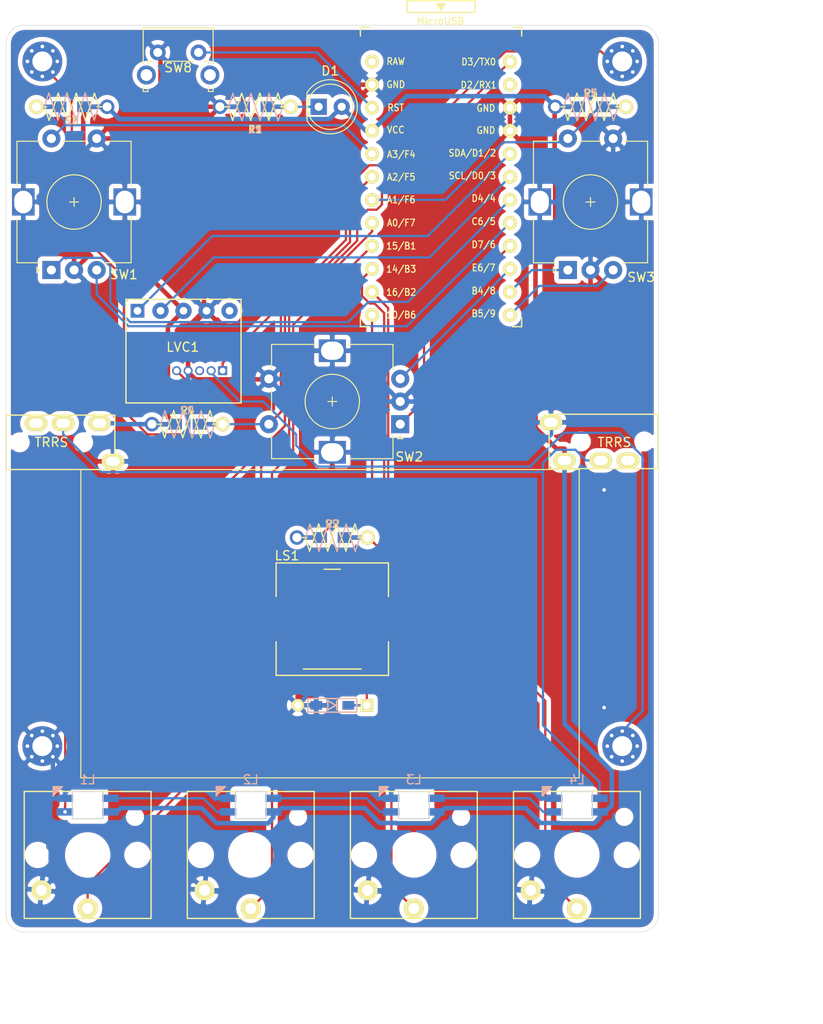
<source format=kicad_pcb>
(kicad_pcb (version 20171130) (host pcbnew 5.1.5+dfsg1-2build2)
  (layers (0 F.Cu signal) (31 B.Cu signal) (34 B.Paste user) (35 F.Paste user) (36 B.SilkS user) (37 F.SilkS user) (38 B.Mask user) (39 F.Mask user) (44 Edge.Cuts user))
  (net 0 "")
  (net 1 "Net-(D1-Pad1)")
  (net 2 VCC)
  (net 3 GND)
  (net 4 "Net-(L1-Pad2)")
  (net 5 LED)
  (net 6 "Net-(L2-Pad2)")
  (net 7 "Net-(L3-Pad2)")
  (net 8 LEDOUT)
  (net 9 "Net-(LVC1-Pad8)")
  (net 10 SCL)
  (net 11 SDA)
  (net 12 AUDIO)
  (net 13 SW1)
  (net 14 RE1_B)
  (net 15 RE1_A)
  (net 16 RE2_A)
  (net 17 RE2_B)
  (net 18 SW2)
  (net 19 SW3)
  (net 20 RE3_B)
  (net 21 RE3_A)
  (net 22 SW4)
  (net 23 SW5)
  (net 24 SW6)
  (net 25 SW7)
  (net 26 RESET)
  (net 27 "Net-(U1-Pad24)")
  (net 28 "Net-(U1-Pad2)")
  (net 29 2.7V)
  (net 30 SCLK)
  (net 31 SDIO)
  (net 32 "Net-(D2-Pad1)")
  (net 33 "Net-(J1-PadR2)")
  (net 34 "Net-(J2-PadR2)")
  (module Keyboard:MJ-4PP-9_1side (layer F.Cu) (at 74.5 100.5 90)
    (fp_text reference J1)
    (fp_text value AudioJack4 hide)
    (fp_text user TRRS (at 0 5 180) (layer F.SilkS))
    (pad "" np_thru_hole circle (at 0 1.5 90) (size 1.2 1.2) (drill 1.2) (layers *.Cu *.Mask F.SilkS))
    (pad "" np_thru_hole circle (at 0 8.5 90) (size 1.2 1.2) (drill 1.2) (layers *.Cu *.Mask F.SilkS))
    (pad R2 thru_hole oval (at 2.1 3.3 90) (size 1.7 2.5) (drill oval 1 1.5) (layers *.Cu F.SilkS B.Mask) (net 33 "Net-(J1-PadR2)"))
    (pad R1 thru_hole oval (at 2.1 6.3 90) (size 1.7 2.5) (drill oval 1 1.5) (layers *.Cu F.SilkS B.Mask) (net 8 LEDOUT))
    (pad T thru_hole oval (at 2.1 10.3 90) (size 1.7 2.5) (drill oval 1 1.5) (layers *.Cu F.SilkS B.Mask) (net 2 VCC) (clearance 0.15))
    (pad S thru_hole oval (at -2.1 11.8 90) (size 1.7 2.5) (drill oval 1 1.5) (layers *.Cu F.SilkS B.Mask) (net 3 GND) (clearance 0.15))
  )
  (module Keyboard:MJ-4PP-9_1side (layer F.Cu) (at 146.431 100.4 270)
    (fp_text reference J2)
    (fp_text value AudioJack4 hide)
    (fp_text user TRRS (at 0.1 4.8 180) (layer F.SilkS))
    (pad "" np_thru_hole circle (at 0 1.5 270) (size 1.2 1.2) (drill 1.2) (layers *.Cu *.Mask F.SilkS))
    (pad "" np_thru_hole circle (at 0 8.5 270) (size 1.2 1.2) (drill 1.2) (layers *.Cu *.Mask F.SilkS))
    (pad R2 thru_hole oval (at 2.1 3.3 270) (size 1.7 2.5) (drill oval 1 1.5) (layers *.Cu F.SilkS B.Mask) (net 34 "Net-(J2-PadR2)"))
    (pad R1 thru_hole oval (at 2.1 6.3 270) (size 1.7 2.5) (drill oval 1 1.5) (layers *.Cu F.SilkS B.Mask) (net 8 LEDOUT))
    (pad T thru_hole oval (at 2.1 10.3 270) (size 1.7 2.5) (drill oval 1 1.5) (layers *.Cu F.SilkS B.Mask) (net 2 VCC) (clearance 0.15))
    (pad S thru_hole oval (at -2.1 11.8 270) (size 1.7 2.5) (drill oval 1 1.5) (layers *.Cu F.SilkS B.Mask) (net 3 GND) (clearance 0.15))
  )
  (module Keyboard:D3_TH_SMD (layer F.Cu) (at 110.5 129.5 180)
    (fp_text reference D2 hide)
    (fp_text value 1N4148 hide)
    (pad 2 smd rect (at 1.775 0 180) (size 1.3 0.95) (layers F.Cu F.Paste F.Mask) (net 3 GND))
    (pad 2 thru_hole circle (at 3.81 0 180) (size 1.397 1.397) (drill 0.8128) (layers *.Cu *.Mask F.SilkS) (net 3 GND))
    (pad 1 thru_hole rect (at -3.81 0 180) (size 1.397 1.397) (drill 0.8128) (layers *.Cu *.Mask F.SilkS) (net 32 "Net-(D2-Pad1)"))
    (pad 1 smd rect (at -1.775 0 180) (size 1.3 0.95) (layers B.Cu B.Paste B.Mask) (net 32 "Net-(D2-Pad1)"))
    (pad 2 smd rect (at 1.775 0 180) (size 1.3 0.95) (layers B.Cu B.Paste B.Mask) (net 3 GND))
    (pad 1 smd rect (at -1.775 0 180) (size 1.3 0.95) (layers F.Cu F.Paste F.Mask) (net 32 "Net-(D2-Pad1)"))
  )
  (module MountingHole:MountingHole_2.2mm_M2_Pad_Via (layer F.Cu) (at 78.5 58.5)
    (fp_text reference J3 hide)
    (fp_text value Conn_01x01)
    (pad 1 thru_hole circle (at 0 0) (size 4.4 4.4) (drill 2.2) (layers *.Cu *.Mask) (net 29 2.7V))
    (pad 1 thru_hole circle (at 1.65 0) (size 0.7 0.7) (drill 0.4) (layers *.Cu *.Mask) (net 29 2.7V))
    (pad 1 thru_hole circle (at 1.166726 1.166726) (size 0.7 0.7) (drill 0.4) (layers *.Cu *.Mask) (net 29 2.7V))
    (pad 1 thru_hole circle (at 0 1.65) (size 0.7 0.7) (drill 0.4) (layers *.Cu *.Mask) (net 29 2.7V))
    (pad 1 thru_hole circle (at -1.166726 1.166726) (size 0.7 0.7) (drill 0.4) (layers *.Cu *.Mask) (net 29 2.7V))
    (pad 1 thru_hole circle (at -1.65 0) (size 0.7 0.7) (drill 0.4) (layers *.Cu *.Mask) (net 29 2.7V))
    (pad 1 thru_hole circle (at -1.166726 -1.166726) (size 0.7 0.7) (drill 0.4) (layers *.Cu *.Mask) (net 29 2.7V))
    (pad 1 thru_hole circle (at 0 -1.65) (size 0.7 0.7) (drill 0.4) (layers *.Cu *.Mask) (net 29 2.7V))
    (pad 1 thru_hole circle (at 1.166726 -1.166726) (size 0.7 0.7) (drill 0.4) (layers *.Cu *.Mask) (net 29 2.7V))
  )
  (module MountingHole:MountingHole_2.2mm_M2_Pad_Via (layer F.Cu) (at 142.5 58.5)
    (fp_text reference J5 hide)
    (fp_text value Conn_01x01)
    (pad 1 thru_hole circle (at 0 0) (size 4.4 4.4) (drill 2.2) (layers *.Cu *.Mask) (net 30 SCLK))
    (pad 1 thru_hole circle (at 1.65 0) (size 0.7 0.7) (drill 0.4) (layers *.Cu *.Mask) (net 30 SCLK))
    (pad 1 thru_hole circle (at 1.166726 1.166726) (size 0.7 0.7) (drill 0.4) (layers *.Cu *.Mask) (net 30 SCLK))
    (pad 1 thru_hole circle (at 0 1.65) (size 0.7 0.7) (drill 0.4) (layers *.Cu *.Mask) (net 30 SCLK))
    (pad 1 thru_hole circle (at -1.166726 1.166726) (size 0.7 0.7) (drill 0.4) (layers *.Cu *.Mask) (net 30 SCLK))
    (pad 1 thru_hole circle (at -1.65 0) (size 0.7 0.7) (drill 0.4) (layers *.Cu *.Mask) (net 30 SCLK))
    (pad 1 thru_hole circle (at -1.166726 -1.166726) (size 0.7 0.7) (drill 0.4) (layers *.Cu *.Mask) (net 30 SCLK))
    (pad 1 thru_hole circle (at 0 -1.65) (size 0.7 0.7) (drill 0.4) (layers *.Cu *.Mask) (net 30 SCLK))
    (pad 1 thru_hole circle (at 1.166726 -1.166726) (size 0.7 0.7) (drill 0.4) (layers *.Cu *.Mask) (net 30 SCLK))
  )
  (module MountingHole:MountingHole_2.2mm_M2_Pad_Via (layer F.Cu) (at 142.5 134)
    (fp_text reference J4 hide)
    (fp_text value Conn_01x01)
    (pad 1 thru_hole circle (at 1.166726 -1.166726) (size 0.7 0.7) (drill 0.4) (layers *.Cu *.Mask) (net 31 SDIO))
    (pad 1 thru_hole circle (at 0 -1.65) (size 0.7 0.7) (drill 0.4) (layers *.Cu *.Mask) (net 31 SDIO))
    (pad 1 thru_hole circle (at -1.166726 -1.166726) (size 0.7 0.7) (drill 0.4) (layers *.Cu *.Mask) (net 31 SDIO))
    (pad 1 thru_hole circle (at -1.65 0) (size 0.7 0.7) (drill 0.4) (layers *.Cu *.Mask) (net 31 SDIO))
    (pad 1 thru_hole circle (at -1.166726 1.166726) (size 0.7 0.7) (drill 0.4) (layers *.Cu *.Mask) (net 31 SDIO))
    (pad 1 thru_hole circle (at 0 1.65) (size 0.7 0.7) (drill 0.4) (layers *.Cu *.Mask) (net 31 SDIO))
    (pad 1 thru_hole circle (at 1.166726 1.166726) (size 0.7 0.7) (drill 0.4) (layers *.Cu *.Mask) (net 31 SDIO))
    (pad 1 thru_hole circle (at 1.65 0) (size 0.7 0.7) (drill 0.4) (layers *.Cu *.Mask) (net 31 SDIO))
    (pad 1 thru_hole circle (at 0 0) (size 4.4 4.4) (drill 2.2) (layers *.Cu *.Mask) (net 31 SDIO))
  )
  (module MountingHole:MountingHole_2.2mm_M2_Pad_Via (layer F.Cu) (at 78.5 134)
    (fp_text reference J6 hide)
    (fp_text value Conn_01x01)
    (pad 1 thru_hole circle (at 0 0) (size 4.4 4.4) (drill 2.2) (layers *.Cu *.Mask) (net 3 GND))
    (pad 1 thru_hole circle (at 1.65 0) (size 0.7 0.7) (drill 0.4) (layers *.Cu *.Mask) (net 3 GND))
    (pad 1 thru_hole circle (at 1.166726 1.166726) (size 0.7 0.7) (drill 0.4) (layers *.Cu *.Mask) (net 3 GND))
    (pad 1 thru_hole circle (at 0 1.65) (size 0.7 0.7) (drill 0.4) (layers *.Cu *.Mask) (net 3 GND))
    (pad 1 thru_hole circle (at -1.166726 1.166726) (size 0.7 0.7) (drill 0.4) (layers *.Cu *.Mask) (net 3 GND))
    (pad 1 thru_hole circle (at -1.65 0) (size 0.7 0.7) (drill 0.4) (layers *.Cu *.Mask) (net 3 GND))
    (pad 1 thru_hole circle (at -1.166726 -1.166726) (size 0.7 0.7) (drill 0.4) (layers *.Cu *.Mask) (net 3 GND))
    (pad 1 thru_hole circle (at 0 -1.65) (size 0.7 0.7) (drill 0.4) (layers *.Cu *.Mask) (net 3 GND))
    (pad 1 thru_hole circle (at 1.166726 -1.166726) (size 0.7 0.7) (drill 0.4) (layers *.Cu *.Mask) (net 3 GND))
  )
  (module Keyboard:YS-SK6812MINI-E (layer B.Cu) (at 83.5 140.5)
    (fp_text reference L1 (at 0 -2.8) (layer B.SilkS) (effects (justify mirror)))
    (fp_text value YS-SK6812MINI)
    (fp_line (start 1.7 1.5) (end -1.7 1.5) (layer Edge.Cuts) (width 0.12))
    (fp_line (start 1.7 -1.5) (end 1.7 1.5) (layer Edge.Cuts) (width 0.12))
    (fp_line (start -1.7 -1.5) (end 1.7 -1.5) (layer Edge.Cuts) (width 0.12))
    (fp_line (start -1.7 1.5) (end -1.7 -1.5) (layer Edge.Cuts) (width 0.12))
    (pad 1 smd rect (at 2.5 0.75) (size 1.8 0.82) (layers B.Cu B.Paste B.Mask) (net 2 VCC))
    (pad 2 smd rect (at 2.5 -0.75) (size 1.8 0.82) (layers B.Cu B.Paste B.Mask) (net 4 "Net-(L1-Pad2)"))
    (pad 3 smd rect (at -2.5 -0.75) (size 1.8 0.82) (layers B.Cu B.Paste B.Mask) (net 3 GND))
    (pad 4 smd rect (at -2.5 0.75) (size 1.8 0.82) (layers B.Cu B.Paste B.Mask) (net 5 LED))
  )
  (module Keyboard:YS-SK6812MINI-E (layer B.Cu) (at 101.5 140.5)
    (fp_text reference L2 (at 0 -2.8) (layer B.SilkS) (effects (justify mirror)))
    (fp_text value YS-SK6812MINI)
    (fp_line (start -1.7 1.5) (end -1.7 -1.5) (layer Edge.Cuts) (width 0.12))
    (fp_line (start -1.7 -1.5) (end 1.7 -1.5) (layer Edge.Cuts) (width 0.12))
    (fp_line (start 1.7 -1.5) (end 1.7 1.5) (layer Edge.Cuts) (width 0.12))
    (fp_line (start 1.7 1.5) (end -1.7 1.5) (layer Edge.Cuts) (width 0.12))
    (pad 4 smd rect (at -2.5 0.75) (size 1.8 0.82) (layers B.Cu B.Paste B.Mask) (net 4 "Net-(L1-Pad2)"))
    (pad 3 smd rect (at -2.5 -0.75) (size 1.8 0.82) (layers B.Cu B.Paste B.Mask) (net 3 GND))
    (pad 2 smd rect (at 2.5 -0.75) (size 1.8 0.82) (layers B.Cu B.Paste B.Mask) (net 6 "Net-(L2-Pad2)"))
    (pad 1 smd rect (at 2.5 0.75) (size 1.8 0.82) (layers B.Cu B.Paste B.Mask) (net 2 VCC))
  )
  (module Keyboard:YS-SK6812MINI-E (layer B.Cu) (at 119.5 140.5)
    (fp_text reference L3 (at 0 -2.8) (layer B.SilkS) (effects (justify mirror)))
    (fp_text value YS-SK6812MINI)
    (fp_line (start 1.7 1.5) (end -1.7 1.5) (layer Edge.Cuts) (width 0.12))
    (fp_line (start 1.7 -1.5) (end 1.7 1.5) (layer Edge.Cuts) (width 0.12))
    (fp_line (start -1.7 -1.5) (end 1.7 -1.5) (layer Edge.Cuts) (width 0.12))
    (fp_line (start -1.7 1.5) (end -1.7 -1.5) (layer Edge.Cuts) (width 0.12))
    (pad 1 smd rect (at 2.5 0.75) (size 1.8 0.82) (layers B.Cu B.Paste B.Mask) (net 2 VCC))
    (pad 2 smd rect (at 2.5 -0.75) (size 1.8 0.82) (layers B.Cu B.Paste B.Mask) (net 7 "Net-(L3-Pad2)"))
    (pad 3 smd rect (at -2.5 -0.75) (size 1.8 0.82) (layers B.Cu B.Paste B.Mask) (net 3 GND))
    (pad 4 smd rect (at -2.5 0.75) (size 1.8 0.82) (layers B.Cu B.Paste B.Mask) (net 6 "Net-(L2-Pad2)"))
  )
  (module Keyboard:YS-SK6812MINI-E (layer B.Cu) (at 137.5 140.5)
    (fp_text reference L4 (at 0 -2.8) (layer B.SilkS) (effects (justify mirror)))
    (fp_text value YS-SK6812MINI)
    (fp_line (start -1.7 1.5) (end -1.7 -1.5) (layer Edge.Cuts) (width 0.12))
    (fp_line (start -1.7 -1.5) (end 1.7 -1.5) (layer Edge.Cuts) (width 0.12))
    (fp_line (start 1.7 -1.5) (end 1.7 1.5) (layer Edge.Cuts) (width 0.12))
    (fp_line (start 1.7 1.5) (end -1.7 1.5) (layer Edge.Cuts) (width 0.12))
    (pad 4 smd rect (at -2.5 0.75) (size 1.8 0.82) (layers B.Cu B.Paste B.Mask) (net 7 "Net-(L3-Pad2)"))
    (pad 3 smd rect (at -2.5 -0.75) (size 1.8 0.82) (layers B.Cu B.Paste B.Mask) (net 3 GND))
    (pad 2 smd rect (at 2.5 -0.75) (size 1.8 0.82) (layers B.Cu B.Paste B.Mask) (net 8 LEDOUT))
    (pad 1 smd rect (at 2.5 0.75) (size 1.8 0.82) (layers B.Cu B.Paste B.Mask) (net 2 VCC))
  )
  (module Keyboard:lvc27 (layer F.Cu) (at 89 86 90)
    (fp_text reference LVC1 (at -4 5 180) (layer F.SilkS))
    (fp_text value lvc27)
    (pad 10 thru_hole circle (at -6.604 4.318 90) (size 1 1) (drill 0.65) (layers *.Cu *.Mask) (net 29 2.7V))
    (pad 9 thru_hole circle (at -6.604 5.588 90) (size 1 1) (drill 0.65) (layers *.Cu *.Mask) (net 3 GND))
    (pad 8 thru_hole circle (at -6.604 6.858 90) (size 1 1) (drill 0.65) (layers *.Cu *.Mask) (net 9 "Net-(LVC1-Pad8)"))
    (pad 7 thru_hole circle (at -6.604 8.128 90) (size 1 1) (drill 0.65) (layers *.Cu *.Mask) (net 31 SDIO))
    (pad 6 thru_hole rect (at -6.604 9.398 90) (size 1 1) (drill 0.65) (layers *.Cu *.Mask) (net 30 SCLK))
    (pad 5 thru_hole circle (at 0 10.16 90) (size 1.8 1.8) (drill 0.85) (layers *.Cu *.Mask))
    (pad 4 thru_hole circle (at 0 7.62 90) (size 1.8 1.8) (drill 0.85) (layers *.Cu *.Mask) (net 3 GND))
    (pad 3 thru_hole circle (at 0 5.08 90) (size 1.8 1.8) (drill 0.85) (layers *.Cu *.Mask) (net 2 VCC))
    (pad 2 thru_hole circle (at 0 2.54 90) (size 1.8 1.8) (drill 0.85) (layers *.Cu *.Mask) (net 10 SCL))
    (pad 1 thru_hole rect (at 0 0 90) (size 1.524 1.524) (drill 0.85) (layers *.Cu *.Mask) (net 11 SDA))
  )
  (module Keyboard:Resistor-Hybrid (layer F.Cu) (at 102 63.5 180)
    (fp_text reference R1 (at 0 -2.5) (layer F.SilkS) (effects (font (size 0.8 0.8))))
    (fp_text value R hide)
    (fp_text user R1 (at 0.031772 -2.5 180) (layer B.SilkS) (effects (font (size 0.8 0.8)) (justify mirror)))
    (pad 2 smd rect (at -2.5 0 180) (size 2.9 0.5) (layers B.Cu) (net 1 "Net-(D1-Pad1)"))
    (pad 2 smd rect (at -1.35 0 180) (size 1.5 1.2) (layers B.Cu B.Paste B.Mask) (net 1 "Net-(D1-Pad1)"))
    (pad 1 smd rect (at 1.35 0 180) (size 1.5 1.2) (layers B.Cu B.Paste B.Mask) (net 3 GND))
    (pad 1 smd rect (at 2.5 0 180) (size 2.9 0.5) (layers B.Cu) (net 3 GND))
    (pad 1 smd rect (at 1.35 0 180) (size 1.5 1.2) (layers F.Cu F.Paste F.Mask) (net 3 GND))
    (pad 2 smd rect (at -1.35 0 180) (size 1.5 1.2) (layers F.Cu F.Paste F.Mask) (net 1 "Net-(D1-Pad1)"))
    (pad 2 thru_hole circle (at -3.9 0 180) (size 1.6 1.6) (drill 1) (layers *.Cu *.Mask F.SilkS) (net 1 "Net-(D1-Pad1)"))
    (pad 1 thru_hole circle (at 3.9 0 180) (size 1.6 1.6) (drill 1) (layers *.Cu *.Mask) (net 3 GND))
    (pad 2 smd rect (at -2.5 0 180) (size 2.9 0.5) (layers F.Cu) (net 1 "Net-(D1-Pad1)"))
    (pad 1 smd rect (at 2.5 0 180) (size 2.9 0.5) (layers F.Cu) (net 3 GND))
  )
  (module Keyboard:Resistor-Hybrid (layer F.Cu) (at 110.5 111 180)
    (fp_text reference R2 (at -0.0254 1.5) (layer F.SilkS) (effects (font (size 0.8 0.8))))
    (fp_text value R hide)
    (fp_text user R2 (at 0.031772 1.511577 180) (layer B.SilkS) (effects (font (size 0.8 0.8)) (justify mirror)))
    (pad 2 smd rect (at -2.5 0 180) (size 2.9 0.5) (layers B.Cu) (net 32 "Net-(D2-Pad1)"))
    (pad 2 smd rect (at -1.35 0 180) (size 1.5 1.2) (layers B.Cu B.Paste B.Mask) (net 32 "Net-(D2-Pad1)"))
    (pad 1 smd rect (at 1.35 0 180) (size 1.5 1.2) (layers B.Cu B.Paste B.Mask) (net 12 AUDIO))
    (pad 1 smd rect (at 2.5 0 180) (size 2.9 0.5) (layers B.Cu) (net 12 AUDIO))
    (pad 1 smd rect (at 1.35 0 180) (size 1.5 1.2) (layers F.Cu F.Paste F.Mask) (net 12 AUDIO))
    (pad 2 smd rect (at -1.35 0 180) (size 1.5 1.2) (layers F.Cu F.Paste F.Mask) (net 32 "Net-(D2-Pad1)"))
    (pad 2 thru_hole circle (at -3.9 0 180) (size 1.6 1.6) (drill 1) (layers *.Cu *.Mask F.SilkS) (net 32 "Net-(D2-Pad1)"))
    (pad 1 thru_hole circle (at 3.9 0 180) (size 1.6 1.6) (drill 1) (layers *.Cu *.Mask) (net 12 AUDIO))
    (pad 2 smd rect (at -2.5 0 180) (size 2.9 0.5) (layers F.Cu) (net 32 "Net-(D2-Pad1)"))
    (pad 1 smd rect (at 2.5 0 180) (size 2.9 0.5) (layers F.Cu) (net 12 AUDIO))
  )
  (module Rotary_Encoder:RotaryEncoder_Alps_EC12E-Switch_Vertical_H20mm (layer F.Cu) (at 79.5 81.5 90)
    (fp_text reference SW1 (at -0.5 8 180) (layer F.SilkS))
    (fp_text value Rotary_Encoder_Switch)
    (pad S2 thru_hole circle (at 14.5 5 90) (size 2 2) (drill 1) (layers *.Cu *.Mask) (net 3 GND))
    (pad S1 thru_hole circle (at 14.5 0 90) (size 2 2) (drill 1) (layers *.Cu *.Mask) (net 13 SW1))
    (pad MP thru_hole rect (at 7.5 8.1 90) (size 3 2.5) (drill oval 2.5 2) (layers *.Cu *.Mask) (net 3 GND))
    (pad MP thru_hole rect (at 7.5 -3.1 90) (size 3 2.5) (drill oval 2.5 2) (layers *.Cu *.Mask) (net 3 GND))
    (pad B thru_hole circle (at 0 5 90) (size 2 2) (drill 1) (layers *.Cu *.Mask) (net 14 RE1_B))
    (pad C thru_hole circle (at 0 2.5 90) (size 2 2) (drill 1) (layers *.Cu *.Mask) (net 3 GND))
    (pad A thru_hole rect (at 0 0 90) (size 2 2) (drill 1) (layers *.Cu *.Mask) (net 15 RE1_A))
  )
  (module Rotary_Encoder:RotaryEncoder_Alps_EC12E-Switch_Vertical_H20mm (layer F.Cu) (at 118 98.5 180)
    (fp_text reference SW2 (at -0.999 -3.608) (layer F.SilkS))
    (fp_text value Rotary_Encoder_Switch)
    (pad A thru_hole rect (at 0 0 180) (size 2 2) (drill 1) (layers *.Cu *.Mask) (net 16 RE2_A))
    (pad C thru_hole circle (at 0 2.5 180) (size 2 2) (drill 1) (layers *.Cu *.Mask) (net 3 GND))
    (pad B thru_hole circle (at 0 5 180) (size 2 2) (drill 1) (layers *.Cu *.Mask) (net 17 RE2_B))
    (pad MP thru_hole rect (at 7.5 -3.1 180) (size 3 2.5) (drill oval 2.5 2) (layers *.Cu *.Mask) (net 3 GND))
    (pad MP thru_hole rect (at 7.5 8.1 180) (size 3 2.5) (drill oval 2.5 2) (layers *.Cu *.Mask) (net 3 GND))
    (pad S1 thru_hole circle (at 14.5 0 180) (size 2 2) (drill 1) (layers *.Cu *.Mask) (net 18 SW2))
    (pad S2 thru_hole circle (at 14.5 5 180) (size 2 2) (drill 1) (layers *.Cu *.Mask) (net 3 GND))
  )
  (module Rotary_Encoder:RotaryEncoder_Alps_EC12E-Switch_Vertical_H20mm (layer F.Cu) (at 136.5 81.5 90)
    (fp_text reference SW3 (at -0.796 8.0895 180) (layer F.SilkS))
    (fp_text value Rotary_Encoder_Switch)
    (pad S2 thru_hole circle (at 14.5 5 90) (size 2 2) (drill 1) (layers *.Cu *.Mask) (net 3 GND))
    (pad S1 thru_hole circle (at 14.5 0 90) (size 2 2) (drill 1) (layers *.Cu *.Mask) (net 19 SW3))
    (pad MP thru_hole rect (at 7.5 8.1 90) (size 3 2.5) (drill oval 2.5 2) (layers *.Cu *.Mask) (net 3 GND))
    (pad MP thru_hole rect (at 7.5 -3.1 90) (size 3 2.5) (drill oval 2.5 2) (layers *.Cu *.Mask) (net 3 GND))
    (pad B thru_hole circle (at 0 5 90) (size 2 2) (drill 1) (layers *.Cu *.Mask) (net 20 RE3_B))
    (pad C thru_hole circle (at 0 2.5 90) (size 2 2) (drill 1) (layers *.Cu *.Mask) (net 3 GND))
    (pad A thru_hole rect (at 0 0 90) (size 2 2) (drill 1) (layers *.Cu *.Mask) (net 21 RE3_A))
  )
  (module Keyboard:Choc_1u (layer F.Cu) (at 83.5 146 180)
    (fp_text reference SW4 hide)
    (fp_text value SW_PUSH hide)
    (pad 1 thru_hole circle (at 5.1 -3.9 130) (size 2.2 2.2) (drill 1.2) (layers *.Cu F.SilkS B.Mask) (net 3 GND))
    (pad "" np_thru_hole circle (at 0 0 270) (size 4 4) (drill 4) (layers *.Cu *.Mask))
    (pad "" np_thru_hole circle (at -5.5 0 270) (size 1.9 1.9) (drill 1.9) (layers *.Cu *.Mask))
    (pad "" np_thru_hole circle (at 5.5 0 270) (size 1.9 1.9) (drill 1.9) (layers *.Cu *.Mask))
    (pad 2 thru_hole circle (at 0 -5.9 270) (size 2.2 2.2) (drill 1.2) (layers *.Cu F.SilkS B.Mask) (net 22 SW4))
    (pad "" np_thru_hole circle (at -5.22 4.2 180) (size 1 1) (drill 1) (layers *.Cu *.Mask))
  )
  (module Keyboard:Choc_1u (layer F.Cu) (at 101.5 146 180)
    (fp_text reference SW5 hide)
    (fp_text value SW_PUSH hide)
    (pad "" np_thru_hole circle (at -5.22 4.2 180) (size 1 1) (drill 1) (layers *.Cu *.Mask))
    (pad 2 thru_hole circle (at 0 -5.9 270) (size 2.2 2.2) (drill 1.2) (layers *.Cu F.SilkS B.Mask) (net 23 SW5))
    (pad "" np_thru_hole circle (at 5.5 0 270) (size 1.9 1.9) (drill 1.9) (layers *.Cu *.Mask))
    (pad "" np_thru_hole circle (at -5.5 0 270) (size 1.9 1.9) (drill 1.9) (layers *.Cu *.Mask))
    (pad "" np_thru_hole circle (at 0 0 270) (size 4 4) (drill 4) (layers *.Cu *.Mask))
    (pad 1 thru_hole circle (at 5.1 -3.9 130) (size 2.2 2.2) (drill 1.2) (layers *.Cu F.SilkS B.Mask) (net 3 GND))
  )
  (module Keyboard:Choc_1u (layer F.Cu) (at 119.5 146 180)
    (fp_text reference SW6 hide)
    (fp_text value SW_PUSH hide)
    (pad 1 thru_hole circle (at 5.1 -3.9 130) (size 2.2 2.2) (drill 1.2) (layers *.Cu F.SilkS B.Mask) (net 3 GND))
    (pad "" np_thru_hole circle (at 0 0 270) (size 4 4) (drill 4) (layers *.Cu *.Mask))
    (pad "" np_thru_hole circle (at -5.5 0 270) (size 1.9 1.9) (drill 1.9) (layers *.Cu *.Mask))
    (pad "" np_thru_hole circle (at 5.5 0 270) (size 1.9 1.9) (drill 1.9) (layers *.Cu *.Mask))
    (pad 2 thru_hole circle (at 0 -5.9 270) (size 2.2 2.2) (drill 1.2) (layers *.Cu F.SilkS B.Mask) (net 24 SW6))
    (pad "" np_thru_hole circle (at -5.22 4.2 180) (size 1 1) (drill 1) (layers *.Cu *.Mask))
  )
  (module Keyboard:Choc_1u (layer F.Cu) (at 137.5 146 180)
    (fp_text reference SW7 hide)
    (fp_text value SW_PUSH hide)
    (pad "" np_thru_hole circle (at -5.22 4.2 180) (size 1 1) (drill 1) (layers *.Cu *.Mask))
    (pad 2 thru_hole circle (at 0 -5.9 270) (size 2.2 2.2) (drill 1.2) (layers *.Cu F.SilkS B.Mask) (net 25 SW7))
    (pad "" np_thru_hole circle (at 5.5 0 270) (size 1.9 1.9) (drill 1.9) (layers *.Cu *.Mask))
    (pad "" np_thru_hole circle (at -5.5 0 270) (size 1.9 1.9) (drill 1.9) (layers *.Cu *.Mask))
    (pad "" np_thru_hole circle (at 0 0 270) (size 4 4) (drill 4) (layers *.Cu *.Mask))
    (pad 1 thru_hole circle (at 5.1 -3.9 130) (size 2.2 2.2) (drill 1.2) (layers *.Cu F.SilkS B.Mask) (net 3 GND))
  )
  (module Button_Switch_THT:SW_Tactile_SPST_Angled_PTS645Vx39-2LFS (layer F.Cu) (at 91.24 57.51)
    (fp_text reference SW8 (at 2.25 1.68) (layer F.SilkS))
    (fp_text value SW_PUSH)
    (pad "" thru_hole circle (at 5.76 2.49) (size 2.1 2.1) (drill 1.3) (layers *.Cu *.Mask))
    (pad 2 thru_hole circle (at 4.5 0) (size 1.75 1.75) (drill 0.99) (layers *.Cu *.Mask) (net 26 RESET))
    (pad 1 thru_hole circle (at 0 0) (size 1.75 1.75) (drill 0.99) (layers *.Cu *.Mask) (net 3 GND))
    (pad "" thru_hole circle (at -1.25 2.49) (size 2.1 2.1) (drill 1.3) (layers *.Cu *.Mask))
  )
  (module Keyboard:ProMicro_v3 (layer F.Cu) (at 122.5 73)
    (fp_text reference U1 hide)
    (fp_text value ProMicro hide)
    (fp_text user "" (at -1.2515 -16.256) (layer B.SilkS) (effects (justify mirror)))
    (fp_text user "" (at -0.545 -17.4) (layer F.SilkS))
    (fp_text user RAW (at -4.995 -14.5 unlocked) (layer F.SilkS) (effects (font (size 0.75 0.67) (thickness 0.125))))
    (fp_text user GND (at -4.995 -11.95 unlocked) (layer F.SilkS) (effects (font (size 0.75 0.67) (thickness 0.125))))
    (fp_text user RST (at -4.995 -9.4 unlocked) (layer F.SilkS) (effects (font (size 0.75 0.67) (thickness 0.125))))
    (fp_text user VCC (at -4.995 -6.95 unlocked) (layer F.SilkS) (effects (font (size 0.75 0.67) (thickness 0.125))))
    (fp_text user A3/F4 (at -4.395 -4.25 unlocked) (layer F.SilkS) (effects (font (size 0.75 0.67) (thickness 0.125))))
    (fp_text user A2/F5 (at -4.395 -1.75 unlocked) (layer F.SilkS) (effects (font (size 0.75 0.67) (thickness 0.125))))
    (fp_text user A1/F6 (at -4.395 0.75 unlocked) (layer F.SilkS) (effects (font (size 0.75 0.67) (thickness 0.125))))
    (fp_text user A0/F7 (at -4.395 3.3 unlocked) (layer F.SilkS) (effects (font (size 0.75 0.67) (thickness 0.125))))
    (fp_text user 15/B1 (at -4.395 5.85 unlocked) (layer F.SilkS) (effects (font (size 0.75 0.67) (thickness 0.125))))
    (fp_text user 14/B3 (at -4.395 8.4 unlocked) (layer F.SilkS) (effects (font (size 0.75 0.67) (thickness 0.125))))
    (fp_text user 10/B6 (at -4.395 13.45 unlocked) (layer F.SilkS) (effects (font (size 0.75 0.67) (thickness 0.125))))
    (fp_text user 16/B2 (at -4.395 10.95 unlocked) (layer F.SilkS) (effects (font (size 0.75 0.67) (thickness 0.125))))
    (fp_text user E6/7 (at 4.705 8.25 unlocked) (layer F.SilkS) (effects (font (size 0.75 0.67) (thickness 0.125))))
    (fp_text user D7/6 (at 4.705 5.7 unlocked) (layer F.SilkS) (effects (font (size 0.75 0.67) (thickness 0.125))))
    (fp_text user GND (at 4.955 -9.35 unlocked) (layer F.SilkS) (effects (font (size 0.75 0.67) (thickness 0.125))))
    (fp_text user GND (at 4.955 -6.9 unlocked) (layer F.SilkS) (effects (font (size 0.75 0.67) (thickness 0.125))))
    (fp_text user D3/TX0 (at 4.155 -14.45 unlocked) (layer F.SilkS) (effects (font (size 0.75 0.67) (thickness 0.125))))
    (fp_text user D4/4 (at 4.705 0.6 unlocked) (layer F.SilkS) (effects (font (size 0.75 0.67) (thickness 0.125))))
    (fp_text user SDA/D1/2 (at 3.455 -4.4 unlocked) (layer F.SilkS) (effects (font (size 0.75 0.67) (thickness 0.125))))
    (fp_text user SCL/D0/3 (at 3.455 -1.9 unlocked) (layer F.SilkS) (effects (font (size 0.75 0.67) (thickness 0.125))))
    (fp_text user C6/5 (at 4.705 3.15 unlocked) (layer F.SilkS) (effects (font (size 0.75 0.67) (thickness 0.125))))
    (fp_text user B5/9 (at 4.705 13.3 unlocked) (layer F.SilkS) (effects (font (size 0.75 0.67) (thickness 0.125))))
    (fp_text user D2/RX1 (at 4.155 -11.9 unlocked) (layer F.SilkS) (effects (font (size 0.75 0.67) (thickness 0.125))))
    (fp_text user B4/8 (at 4.705 10.8 unlocked) (layer F.SilkS) (effects (font (size 0.75 0.67) (thickness 0.125))))
    (fp_text user MicroUSB (at -0.05 -18.95) (layer F.SilkS) (effects (font (size 0.75 0.75) (thickness 0.12))))
    (pad 24 thru_hole circle (at -7.6086 -14.478) (size 1.524 1.524) (drill 0.8128) (layers *.Cu F.SilkS B.Mask) (net 27 "Net-(U1-Pad24)"))
    (pad 23 thru_hole circle (at -7.6086 -11.938) (size 1.524 1.524) (drill 0.8128) (layers *.Cu F.SilkS B.Mask) (net 3 GND))
    (pad 22 thru_hole circle (at -7.6086 -9.398) (size 1.524 1.524) (drill 0.8128) (layers *.Cu F.SilkS B.Mask) (net 26 RESET))
    (pad 21 thru_hole circle (at -7.6086 -6.858) (size 1.524 1.524) (drill 0.8128) (layers *.Cu F.SilkS B.Mask) (net 2 VCC))
    (pad 20 thru_hole circle (at -7.6086 -4.318) (size 1.524 1.524) (drill 0.8128) (layers *.Cu F.SilkS B.Mask) (net 13 SW1))
    (pad 19 thru_hole circle (at -7.6086 -1.778) (size 1.524 1.524) (drill 0.8128) (layers *.Cu F.SilkS B.Mask) (net 18 SW2))
    (pad 18 thru_hole circle (at -7.6086 0.762) (size 1.524 1.524) (drill 0.8128) (layers *.Cu F.SilkS B.Mask) (net 19 SW3))
    (pad 17 thru_hole circle (at -7.6086 3.302) (size 1.524 1.524) (drill 0.8128) (layers *.Cu F.SilkS B.Mask) (net 22 SW4))
    (pad 16 thru_hole circle (at -7.6086 5.842) (size 1.524 1.524) (drill 0.8128) (layers *.Cu F.SilkS B.Mask) (net 23 SW5))
    (pad 15 thru_hole circle (at -7.6086 8.382) (size 1.524 1.524) (drill 0.8128) (layers *.Cu F.SilkS B.Mask) (net 24 SW6))
    (pad 14 thru_hole circle (at -7.6086 10.922) (size 1.524 1.524) (drill 0.8128) (layers *.Cu F.SilkS B.Mask) (net 25 SW7))
    (pad 13 thru_hole circle (at -7.6086 13.462) (size 1.524 1.524) (drill 0.8128) (layers *.Cu F.SilkS B.Mask) (net 12 AUDIO))
    (pad 12 thru_hole circle (at 7.6114 13.462) (size 1.524 1.524) (drill 0.8128) (layers *.Cu F.SilkS B.Mask) (net 20 RE3_B))
    (pad 11 thru_hole circle (at 7.6114 10.922) (size 1.524 1.524) (drill 0.8128) (layers *.Cu F.SilkS B.Mask) (net 21 RE3_A))
    (pad 10 thru_hole circle (at 7.6114 8.382) (size 1.524 1.524) (drill 0.8128) (layers *.Cu F.SilkS B.Mask) (net 17 RE2_B))
    (pad 9 thru_hole circle (at 7.6114 5.842) (size 1.524 1.524) (drill 0.8128) (layers *.Cu F.SilkS B.Mask) (net 16 RE2_A))
    (pad 8 thru_hole circle (at 7.6114 3.302) (size 1.524 1.524) (drill 0.8128) (layers *.Cu F.SilkS B.Mask) (net 14 RE1_B))
    (pad 7 thru_hole circle (at 7.6114 0.762) (size 1.524 1.524) (drill 0.8128) (layers *.Cu F.SilkS B.Mask) (net 15 RE1_A))
    (pad 6 thru_hole circle (at 7.6114 -1.778) (size 1.524 1.524) (drill 0.8128) (layers *.Cu F.SilkS B.Mask) (net 10 SCL))
    (pad 5 thru_hole circle (at 7.6114 -4.318) (size 1.524 1.524) (drill 0.8128) (layers *.Cu F.SilkS B.Mask) (net 11 SDA))
    (pad 4 thru_hole circle (at 7.6114 -6.858) (size 1.524 1.524) (drill 0.8128) (layers *.Cu F.SilkS B.Mask) (net 3 GND))
    (pad 3 thru_hole circle (at 7.6114 -9.398) (size 1.524 1.524) (drill 0.8128) (layers *.Cu F.SilkS B.Mask) (net 3 GND))
    (pad 2 thru_hole circle (at 7.6114 -11.938) (size 1.524 1.524) (drill 0.8128) (layers *.Cu F.SilkS B.Mask) (net 28 "Net-(U1-Pad2)"))
    (pad 1 thru_hole circle (at 7.6114 -14.478) (size 1.524 1.524) (drill 0.8128) (layers *.Cu F.SilkS B.Mask) (net 5 LED))
  )
  (module LED_THT:LED_D5.0mm (layer F.Cu) (at 109 63.5)
    (fp_text reference D1 (at 1.27 -3.96) (layer F.SilkS))
    (fp_text value LED)
    (pad 1 thru_hole rect (at 0 0) (size 1.8 1.8) (drill 0.9) (layers *.Cu *.Mask) (net 1 "Net-(D1-Pad1)"))
    (pad 2 thru_hole circle (at 2.54 0) (size 1.8 1.8) (drill 0.9) (layers *.Cu *.Mask) (net 2 VCC))
  )
  (module Keyboard:PKLCS1212E4001 (layer F.Cu) (at 110.5 120)
    (fp_text reference LS1 (at -5 -7) (layer F.SilkS))
    (fp_text value Speaker)
    (pad 1 smd rect (at 5.6 0) (size 1.2 4) (layers F.Cu F.Paste F.Mask) (net 32 "Net-(D2-Pad1)"))
    (pad 2 smd rect (at -5.6 0) (size 1.2 4) (layers F.Cu F.Paste F.Mask) (net 3 GND))
  )
  (module Keyboard:Resistor-Hybrid (layer F.Cu) (at 81.75 63.5)
    (fp_text reference R3 (at -0.0254 1.5) (layer F.SilkS) (effects (font (size 0.8 0.8))))
    (fp_text value R hide)
    (fp_text user R2 (at 0.031772 1.511577 -180) (layer B.SilkS) (effects (font (size 0.8 0.8)) (justify mirror)))
    (pad 2 smd rect (at -2.5 0) (size 2.9 0.5) (layers B.Cu) (net 13 SW1))
    (pad 2 smd rect (at -1.35 0) (size 1.5 1.2) (layers B.Cu B.Paste B.Mask) (net 13 SW1))
    (pad 1 smd rect (at 1.35 0) (size 1.5 1.2) (layers B.Cu B.Paste B.Mask) (net 2 VCC))
    (pad 1 smd rect (at 2.5 0) (size 2.9 0.5) (layers B.Cu) (net 2 VCC))
    (pad 1 smd rect (at 1.35 0) (size 1.5 1.2) (layers F.Cu F.Paste F.Mask) (net 2 VCC))
    (pad 2 smd rect (at -1.35 0) (size 1.5 1.2) (layers F.Cu F.Paste F.Mask) (net 13 SW1))
    (pad 2 thru_hole circle (at -3.9 0) (size 1.6 1.6) (drill 1) (layers *.Cu *.Mask F.SilkS) (net 13 SW1))
    (pad 1 thru_hole circle (at 3.9 0) (size 1.6 1.6) (drill 1) (layers *.Cu *.Mask) (net 2 VCC))
    (pad 2 smd rect (at -2.5 0) (size 2.9 0.5) (layers F.Cu) (net 13 SW1))
    (pad 1 smd rect (at 2.5 0) (size 2.9 0.5) (layers F.Cu) (net 2 VCC))
  )
  (module Keyboard:Resistor-Hybrid (layer F.Cu) (at 94.5 98.5 180)
    (fp_text reference R4 (at -0.0254 1.5) (layer F.SilkS) (effects (font (size 0.8 0.8))))
    (fp_text value R hide)
    (fp_text user R2 (at 0.031772 1.511577 180) (layer B.SilkS) (effects (font (size 0.8 0.8)) (justify mirror)))
    (pad 1 smd rect (at 2.5 0 180) (size 2.9 0.5) (layers F.Cu) (net 2 VCC))
    (pad 2 smd rect (at -2.5 0 180) (size 2.9 0.5) (layers F.Cu) (net 18 SW2))
    (pad 1 thru_hole circle (at 3.9 0 180) (size 1.6 1.6) (drill 1) (layers *.Cu *.Mask) (net 2 VCC))
    (pad 2 thru_hole circle (at -3.9 0 180) (size 1.6 1.6) (drill 1) (layers *.Cu *.Mask F.SilkS) (net 18 SW2))
    (pad 2 smd rect (at -1.35 0 180) (size 1.5 1.2) (layers F.Cu F.Paste F.Mask) (net 18 SW2))
    (pad 1 smd rect (at 1.35 0 180) (size 1.5 1.2) (layers F.Cu F.Paste F.Mask) (net 2 VCC))
    (pad 1 smd rect (at 2.5 0 180) (size 2.9 0.5) (layers B.Cu) (net 2 VCC))
    (pad 1 smd rect (at 1.35 0 180) (size 1.5 1.2) (layers B.Cu B.Paste B.Mask) (net 2 VCC))
    (pad 2 smd rect (at -1.35 0 180) (size 1.5 1.2) (layers B.Cu B.Paste B.Mask) (net 18 SW2))
    (pad 2 smd rect (at -2.5 0 180) (size 2.9 0.5) (layers B.Cu) (net 18 SW2))
  )
  (module Keyboard:Resistor-Hybrid (layer F.Cu) (at 139 63.5 180)
    (fp_text reference R5 (at -0.0254 1.5) (layer F.SilkS) (effects (font (size 0.8 0.8))))
    (fp_text value R hide)
    (fp_text user R2 (at 0.031772 1.511577 180) (layer B.SilkS) (effects (font (size 0.8 0.8)) (justify mirror)))
    (pad 2 smd rect (at -2.5 0 180) (size 2.9 0.5) (layers B.Cu) (net 19 SW3))
    (pad 2 smd rect (at -1.35 0 180) (size 1.5 1.2) (layers B.Cu B.Paste B.Mask) (net 19 SW3))
    (pad 1 smd rect (at 1.35 0 180) (size 1.5 1.2) (layers B.Cu B.Paste B.Mask) (net 2 VCC))
    (pad 1 smd rect (at 2.5 0 180) (size 2.9 0.5) (layers B.Cu) (net 2 VCC))
    (pad 1 smd rect (at 1.35 0 180) (size 1.5 1.2) (layers F.Cu F.Paste F.Mask) (net 2 VCC))
    (pad 2 smd rect (at -1.35 0 180) (size 1.5 1.2) (layers F.Cu F.Paste F.Mask) (net 19 SW3))
    (pad 2 thru_hole circle (at -3.9 0 180) (size 1.6 1.6) (drill 1) (layers *.Cu *.Mask F.SilkS) (net 19 SW3))
    (pad 1 thru_hole circle (at 3.9 0 180) (size 1.6 1.6) (drill 1) (layers *.Cu *.Mask) (net 2 VCC))
    (pad 2 smd rect (at -2.5 0 180) (size 2.9 0.5) (layers F.Cu) (net 19 SW3))
    (pad 1 smd rect (at 2.5 0 180) (size 2.9 0.5) (layers F.Cu) (net 2 VCC))
  )
  (gr_arc (start 76.5 152.5) (end 74.5 152.5) (angle -90) (layer Edge.Cuts) (width 0.05))
  (gr_arc (start 76.5 56.5) (end 76.5 54.5) (angle -90) (layer Edge.Cuts) (width 0.05))
  (gr_arc (start 144.5 56.5) (end 146.5 56.5) (angle -90) (layer Edge.Cuts) (width 0.05))
  (gr_arc (start 144.5 152.5) (end 144.5 154.5) (angle -90) (layer Edge.Cuts) (width 0.05))
  (gr_line (start 74.5 56.5) (end 74.5 152.5) (layer Edge.Cuts) (width 0.05))
  (gr_line (start 144.5 54.5) (end 76.5 54.5) (layer Edge.Cuts) (width 0.05))
  (gr_line (start 146.5 152.5) (end 146.5 56.5) (layer Edge.Cuts) (width 0.05))
  (gr_line (start 76.5 154.5) (end 144.5 154.5) (layer Edge.Cuts) (width 0.05))
  (gr_line (start 82.75 103.5) (end 82.75 137.5) (layer F.SilkS) (width 0.12))
  (gr_line (start 137.75 103.5) (end 82.75 103.5) (layer F.SilkS) (width 0.12))
  (gr_line (start 137.75 137.5) (end 137.75 103.5) (layer F.SilkS) (width 0.12))
  (gr_line (start 82.75 137.5) (end 137.75 137.5) (layer F.SilkS) (width 0.12))
  (segment (start 103.35 63.5) (end 104.5 63.5) (width 0.25) (layer B.Cu) (net 1))
  (segment (start 104.5 63.5) (end 105.9 63.5) (width 0.25) (layer F.Cu) (net 1))
  (segment (start 103.35 63.5) (end 104.5 63.5) (width 0.25) (layer F.Cu) (net 1))
  (segment (start 105.9 63.5) (end 104.5 63.5) (width 0.25) (layer B.Cu) (net 1))
  (segment (start 109 63.5) (end 105.9 63.5) (width 0.25) (layer B.Cu) (net 1))
  (segment (start 122 141.25) (end 122.3991 141.25) (width 0.5) (layer B.Cu) (net 2))
  (segment (start 85.65 63.5) (end 87.0004 64.8504) (width 0.5) (layer B.Cu) (net 2))
  (segment (start 87.0004 64.8504) (end 110.1896 64.8504) (width 0.5) (layer B.Cu) (net 2))
  (segment (start 110.1896 64.8504) (end 111.54 63.5) (width 0.5) (layer B.Cu) (net 2))
  (segment (start 84.95 63.5) (end 85.65 63.5) (width 0.5) (layer B.Cu) (net 2))
  (segment (start 83.1 63.5) (end 83.1 64.5503) (width 0.5) (layer F.Cu) (net 2))
  (segment (start 92 98.5) (end 93.15 98.5) (width 0.5) (layer F.Cu) (net 2))
  (segment (start 83.1 64.5503) (end 83.0175 64.6328) (width 0.5) (layer F.Cu) (net 2))
  (segment (start 83.0175 64.6328) (end 83.0175 74.9375) (width 0.5) (layer F.Cu) (net 2))
  (segment (start 83.0175 74.9375) (end 94.08 86) (width 0.5) (layer F.Cu) (net 2))
  (segment (start 84.25 63.5) (end 83.1 63.5) (width 0.5) (layer F.Cu) (net 2))
  (segment (start 90.6 98.5) (end 92 98.5) (width 0.5) (layer F.Cu) (net 2))
  (segment (start 136.131 102.5) (end 136.131 101.1997) (width 0.5) (layer F.Cu) (net 2))
  (segment (start 135.1 63.5) (end 135.0375 63.5625) (width 0.5) (layer F.Cu) (net 2))
  (segment (start 135.0375 63.5625) (end 135.0375 68.3875) (width 0.5) (layer F.Cu) (net 2))
  (segment (start 135.0375 68.3875) (end 135.1029 68.4529) (width 0.5) (layer F.Cu) (net 2))
  (segment (start 135.1029 68.4529) (end 135.1029 77.8654) (width 0.5) (layer F.Cu) (net 2))
  (segment (start 135.1029 77.8654) (end 132.9298 80.0385) (width 0.5) (layer F.Cu) (net 2))
  (segment (start 132.9298 80.0385) (end 132.9298 98.8925) (width 0.5) (layer F.Cu) (net 2))
  (segment (start 132.9298 98.8925) (end 135.237 101.1997) (width 0.5) (layer F.Cu) (net 2))
  (segment (start 135.237 101.1997) (end 136.131 101.1997) (width 0.5) (layer F.Cu) (net 2))
  (segment (start 136.5 63.5) (end 135.1 63.5) (width 0.5) (layer F.Cu) (net 2))
  (segment (start 114.8914 66.142) (end 118.7014 62.332) (width 0.5) (layer B.Cu) (net 2))
  (segment (start 118.7014 62.332) (end 133.932 62.332) (width 0.5) (layer B.Cu) (net 2))
  (segment (start 133.932 62.332) (end 135.1 63.5) (width 0.5) (layer B.Cu) (net 2))
  (segment (start 111.54 63.5) (end 114.182 66.142) (width 0.5) (layer B.Cu) (net 2))
  (segment (start 114.182 66.142) (end 114.8914 66.142) (width 0.5) (layer B.Cu) (net 2))
  (segment (start 84.25 63.5) (end 84.95 63.5) (width 0.5) (layer B.Cu) (net 2))
  (segment (start 84.8 98.4) (end 86.5003 98.4) (width 0.5) (layer B.Cu) (net 2))
  (segment (start 90.6 98.5) (end 86.6003 98.5) (width 0.5) (layer B.Cu) (net 2))
  (segment (start 86.6003 98.5) (end 86.5003 98.4) (width 0.5) (layer B.Cu) (net 2))
  (segment (start 92 98.5) (end 90.6 98.5) (width 0.5) (layer B.Cu) (net 2))
  (segment (start 84.25 63.5) (end 83.1 63.5) (width 0.5) (layer B.Cu) (net 2))
  (segment (start 84.25 63.5) (end 85.65 63.5) (width 0.5) (layer F.Cu) (net 2))
  (segment (start 136.5 63.5) (end 137.65 63.5) (width 0.5) (layer B.Cu) (net 2))
  (segment (start 135.8 63.5) (end 136.5 63.5) (width 0.5) (layer B.Cu) (net 2))
  (segment (start 135.8 63.5) (end 135.1 63.5) (width 0.5) (layer B.Cu) (net 2))
  (segment (start 137.65 63.5) (end 136.5 63.5) (width 0.5) (layer F.Cu) (net 2))
  (segment (start 93.15 98.5) (end 92 98.5) (width 0.5) (layer B.Cu) (net 2))
  (segment (start 136.131 131.553002) (end 141.227999 136.650001) (width 0.5) (layer B.Cu) (net 2))
  (segment (start 136.131 102.5) (end 136.131 131.553002) (width 0.5) (layer B.Cu) (net 2))
  (segment (start 140.620002 141.25) (end 141.350001 140.520001) (width 0.5) (layer B.Cu) (net 2))
  (segment (start 140 141.25) (end 140.620002 141.25) (width 0.5) (layer B.Cu) (net 2))
  (segment (start 141.350001 136.772003) (end 136.131 131.553002) (width 0.5) (layer B.Cu) (net 2))
  (segment (start 141.350001 140.520001) (end 141.350001 136.772003) (width 0.5) (layer B.Cu) (net 2))
  (segment (start 86.75 141.25) (end 86 141.25) (width 0.5) (layer B.Cu) (net 2))
  (segment (start 87.1697 140.8303) (end 86.75 141.25) (width 0.5) (layer B.Cu) (net 2))
  (segment (start 96.0803 140.8303) (end 87.1697 140.8303) (width 0.5) (layer B.Cu) (net 2))
  (segment (start 97.7486 142.4986) (end 96.0803 140.8303) (width 0.5) (layer B.Cu) (net 2))
  (segment (start 103.411253 142.51001) (end 99.588747 142.51001) (width 0.5) (layer B.Cu) (net 2))
  (segment (start 99.588747 142.51001) (end 99.577337 142.4986) (width 0.5) (layer B.Cu) (net 2))
  (segment (start 103.71001 142.211253) (end 103.411253 142.51001) (width 0.5) (layer B.Cu) (net 2))
  (segment (start 103.71001 142.15819) (end 103.71001 142.211253) (width 0.5) (layer B.Cu) (net 2))
  (segment (start 104 141.8682) (end 103.71001 142.15819) (width 0.5) (layer B.Cu) (net 2))
  (segment (start 99.577337 142.4986) (end 97.7486 142.4986) (width 0.5) (layer B.Cu) (net 2))
  (segment (start 104 141.25) (end 104 141.8682) (width 0.5) (layer B.Cu) (net 2))
  (segment (start 104.9197 140.8303) (end 104.5 141.25) (width 0.5) (layer B.Cu) (net 2))
  (segment (start 114.07845 140.8303) (end 104.9197 140.8303) (width 0.5) (layer B.Cu) (net 2))
  (segment (start 115.72425 142.4761) (end 114.07845 140.8303) (width 0.5) (layer B.Cu) (net 2))
  (segment (start 117.554837 142.4761) (end 115.72425 142.4761) (width 0.5) (layer B.Cu) (net 2))
  (segment (start 104.5 141.25) (end 104 141.25) (width 0.5) (layer B.Cu) (net 2))
  (segment (start 117.588747 142.51001) (end 117.554837 142.4761) (width 0.5) (layer B.Cu) (net 2))
  (segment (start 121.411253 142.51001) (end 117.588747 142.51001) (width 0.5) (layer B.Cu) (net 2))
  (segment (start 121.71001 142.211253) (end 121.411253 142.51001) (width 0.5) (layer B.Cu) (net 2))
  (segment (start 121.71001 142.18179) (end 121.71001 142.211253) (width 0.5) (layer B.Cu) (net 2))
  (segment (start 122.3991 141.4927) (end 121.71001 142.18179) (width 0.5) (layer B.Cu) (net 2))
  (segment (start 122.3991 141.25) (end 122.3991 141.4927) (width 0.5) (layer B.Cu) (net 2))
  (segment (start 122.5 141.25) (end 122.3991 141.25) (width 0.5) (layer B.Cu) (net 2))
  (segment (start 131.84455 140.8303) (end 122.9197 140.8303) (width 0.5) (layer B.Cu) (net 2))
  (segment (start 133.49245 142.4782) (end 131.84455 140.8303) (width 0.5) (layer B.Cu) (net 2))
  (segment (start 122.9197 140.8303) (end 122.5 141.25) (width 0.5) (layer B.Cu) (net 2))
  (segment (start 139.411253 142.51001) (end 135.588747 142.51001) (width 0.5) (layer B.Cu) (net 2))
  (segment (start 139.71001 142.211253) (end 139.411253 142.51001) (width 0.5) (layer B.Cu) (net 2))
  (segment (start 135.588747 142.51001) (end 135.556937 142.4782) (width 0.5) (layer B.Cu) (net 2))
  (segment (start 139.71001 142.19359) (end 139.71001 142.211253) (width 0.5) (layer B.Cu) (net 2))
  (segment (start 140 141.9036) (end 139.71001 142.19359) (width 0.5) (layer B.Cu) (net 2))
  (segment (start 135.556937 142.4782) (end 133.49245 142.4782) (width 0.5) (layer B.Cu) (net 2))
  (segment (start 140 141.25) (end 140 141.9036) (width 0.5) (layer B.Cu) (net 2))
  (segment (start 92.3563 97.7063) (end 93.15 98.5) (width 0.5) (layer F.Cu) (net 2))
  (segment (start 92.3563 87.7237) (end 92.3563 97.7063) (width 0.5) (layer F.Cu) (net 2))
  (segment (start 94.08 86) (end 92.3563 87.7237) (width 0.5) (layer F.Cu) (net 2))
  (segment (start 96.4 149.9) (end 95.3718 148.8718) (width 0.5) (layer B.Cu) (net 3))
  (segment (start 95.3718 148.8718) (end 79.4282 148.8718) (width 0.5) (layer B.Cu) (net 3))
  (segment (start 96.4 149.9) (end 114.4 149.9) (width 0.5) (layer B.Cu) (net 3))
  (segment (start 79.4282 148.8718) (end 78.4 149.9) (width 0.5) (layer B.Cu) (net 3))
  (segment (start 79.6497 139.75) (end 79.1811 140.2186) (width 0.5) (layer B.Cu) (net 3))
  (segment (start 79.1811 140.2186) (end 79.1811 145.1465) (width 0.5) (layer B.Cu) (net 3))
  (segment (start 79.1811 145.1465) (end 79.4282 145.3936) (width 0.5) (layer B.Cu) (net 3))
  (segment (start 79.4282 145.3936) (end 79.4282 148.8718) (width 0.5) (layer B.Cu) (net 3))
  (segment (start 81 139.75) (end 79.6497 139.75) (width 0.5) (layer B.Cu) (net 3))
  (segment (start 81.6135 138.5496) (end 81 139.1631) (width 0.5) (layer B.Cu) (net 3))
  (segment (start 81 139.1631) (end 81 139.75) (width 0.5) (layer B.Cu) (net 3))
  (segment (start 110.3359 92.2644) (end 110.5 92.1003) (width 0.5) (layer B.Cu) (net 3))
  (segment (start 103.5 93.5) (end 109.1003 93.5) (width 0.5) (layer B.Cu) (net 3))
  (segment (start 109.1003 93.5) (end 110.3359 92.2644) (width 0.5) (layer B.Cu) (net 3))
  (segment (start 114.2356 96.1641) (end 110.3359 92.2644) (width 0.5) (layer B.Cu) (net 3))
  (segment (start 114.2356 96.1641) (end 114.3997 96) (width 0.5) (layer B.Cu) (net 3))
  (segment (start 114.3997 96) (end 118 96) (width 0.5) (layer B.Cu) (net 3))
  (segment (start 110.5 99.8997) (end 114.2356 96.1641) (width 0.5) (layer B.Cu) (net 3))
  (segment (start 110.5 101.6) (end 110.5 99.8997) (width 0.5) (layer B.Cu) (net 3))
  (segment (start 110.5 90.4) (end 110.5 92.1003) (width 0.5) (layer B.Cu) (net 3))
  (segment (start 103.5 93.5) (end 103.4456 93.5544) (width 0.5) (layer F.Cu) (net 3))
  (segment (start 103.4456 93.5544) (end 95.3983 93.5544) (width 0.5) (layer F.Cu) (net 3))
  (segment (start 95.3983 93.5544) (end 94.588 92.7441) (width 0.5) (layer F.Cu) (net 3))
  (segment (start 94.588 92.7441) (end 94.588 92.604) (width 0.5) (layer F.Cu) (net 3))
  (segment (start 86.3 102.6) (end 91.0643 102.6) (width 0.5) (layer B.Cu) (net 3))
  (segment (start 91.0643 102.6) (end 94.588 99.0763) (width 0.5) (layer B.Cu) (net 3))
  (segment (start 94.588 99.0763) (end 94.588 92.604) (width 0.5) (layer B.Cu) (net 3))
  (segment (start 130.1114 63.602) (end 130.1114 66.142) (width 0.5) (layer F.Cu) (net 3))
  (segment (start 130.1114 66.142) (end 133.4 69.4306) (width 0.5) (layer F.Cu) (net 3))
  (segment (start 133.4 69.4306) (end 133.4 74) (width 0.5) (layer F.Cu) (net 3))
  (segment (start 110.5 101.6) (end 110.5 103.3003) (width 0.5) (layer F.Cu) (net 3))
  (segment (start 104.9 120) (end 104.9 108.9003) (width 0.5) (layer F.Cu) (net 3))
  (segment (start 104.9 108.9003) (end 110.5 103.3003) (width 0.5) (layer F.Cu) (net 3))
  (segment (start 104.9 121.2251) (end 104.9 120) (width 0.5) (layer F.Cu) (net 3))
  (segment (start 134.631 96.9997) (end 133.6313 96) (width 0.5) (layer B.Cu) (net 3))
  (segment (start 133.6313 96) (end 118 96) (width 0.5) (layer B.Cu) (net 3))
  (segment (start 79.6667 135.65) (end 79.6667 135.1667) (width 0.5) (layer B.Cu) (net 3))
  (segment (start 81.6135 138.5496) (end 79.6667 136.6028) (width 0.5) (layer B.Cu) (net 3))
  (segment (start 79.6667 136.6028) (end 79.6667 135.65) (width 0.5) (layer B.Cu) (net 3))
  (segment (start 79.6667 135.65) (end 78.5 135.65) (width 0.5) (layer B.Cu) (net 3))
  (segment (start 97.6497 138.5496) (end 81.6135 138.5496) (width 0.5) (layer B.Cu) (net 3))
  (segment (start 97.6497 138.5496) (end 97.6497 138.5403) (width 0.5) (layer B.Cu) (net 3))
  (segment (start 97.6497 138.5403) (end 106.69 129.5) (width 0.5) (layer B.Cu) (net 3))
  (segment (start 97.6497 139.75) (end 97.6497 138.5496) (width 0.5) (layer B.Cu) (net 3))
  (segment (start 138.3002 77.1998) (end 141.5 74) (width 0.5) (layer B.Cu) (net 3))
  (segment (start 138.3002 77.1998) (end 135.1003 74) (width 0.5) (layer B.Cu) (net 3))
  (segment (start 141.5 74) (end 141.5 67) (width 0.5) (layer B.Cu) (net 3))
  (segment (start 141.5 74) (end 142.8997 74) (width 0.5) (layer B.Cu) (net 3))
  (segment (start 133.4 74) (end 135.1003 74) (width 0.5) (layer B.Cu) (net 3))
  (segment (start 144.6 74) (end 142.8997 74) (width 0.5) (layer B.Cu) (net 3))
  (segment (start 106.69 129.5) (end 107.6247 129.5) (width 0.5) (layer B.Cu) (net 3))
  (segment (start 108.725 129.5) (end 107.6247 129.5) (width 0.5) (layer B.Cu) (net 3))
  (segment (start 117.0998 138.8001) (end 117.3862 138.5137) (width 0.5) (layer B.Cu) (net 3))
  (segment (start 117.3862 138.5137) (end 132.4134 138.5137) (width 0.5) (layer B.Cu) (net 3))
  (segment (start 132.4134 138.5137) (end 133.6497 139.75) (width 0.5) (layer B.Cu) (net 3))
  (segment (start 117 139.75) (end 117 138.8999) (width 0.5) (layer B.Cu) (net 3))
  (segment (start 117 138.8999) (end 117.0998 138.8001) (width 0.5) (layer B.Cu) (net 3))
  (segment (start 117.0998 138.8001) (end 108.725 130.4253) (width 0.5) (layer B.Cu) (net 3))
  (segment (start 76.4 74) (end 78.1003 74) (width 0.5) (layer B.Cu) (net 3))
  (segment (start 84.5 67) (end 78.1003 73.3997) (width 0.5) (layer B.Cu) (net 3))
  (segment (start 78.1003 73.3997) (end 78.1003 74) (width 0.5) (layer B.Cu) (net 3))
  (segment (start 76.4 74) (end 78.1003 74) (width 0.5) (layer F.Cu) (net 3))
  (segment (start 78.1003 74) (end 82 77.8997) (width 0.5) (layer F.Cu) (net 3))
  (segment (start 82 77.8997) (end 82 81.5) (width 0.5) (layer F.Cu) (net 3))
  (segment (start 77.3333 135.1667) (end 76.85 134.6834) (width 0.5) (layer F.Cu) (net 3))
  (segment (start 76.85 134.6834) (end 76.85 134) (width 0.5) (layer F.Cu) (net 3))
  (segment (start 99.5 63.5) (end 98.1 63.5) (width 0.5) (layer F.Cu) (net 3))
  (segment (start 98.1 63.5) (end 99.5 63.5) (width 0.5) (layer B.Cu) (net 3))
  (segment (start 91.5403 63.5) (end 98.1 63.5) (width 0.5) (layer F.Cu) (net 3))
  (segment (start 100.65 63.5) (end 100.65 62.4497) (width 0.5) (layer F.Cu) (net 3))
  (segment (start 100.65 62.4497) (end 102.0377 61.062) (width 0.5) (layer F.Cu) (net 3))
  (segment (start 102.0377 61.062) (end 114.8914 61.062) (width 0.5) (layer F.Cu) (net 3))
  (segment (start 100.65 63.5) (end 99.5 63.5) (width 0.5) (layer F.Cu) (net 3))
  (segment (start 91.5403 63.5) (end 91.5403 57.8103) (width 0.5) (layer F.Cu) (net 3))
  (segment (start 91.5403 57.8103) (end 91.24 57.51) (width 0.5) (layer F.Cu) (net 3))
  (segment (start 87.175 67) (end 90.675 63.5) (width 0.5) (layer F.Cu) (net 3))
  (segment (start 90.675 63.5) (end 91.5403 63.5) (width 0.5) (layer F.Cu) (net 3))
  (segment (start 87.6 74) (end 87.6 72.0497) (width 0.5) (layer F.Cu) (net 3))
  (segment (start 84.5 67) (end 87.175 67) (width 0.5) (layer F.Cu) (net 3))
  (segment (start 87.175 67) (end 87.175 71.6247) (width 0.5) (layer F.Cu) (net 3))
  (segment (start 87.175 71.6247) (end 87.6 72.0497) (width 0.5) (layer F.Cu) (net 3))
  (segment (start 96.3386 86) (end 96.3386 81.0383) (width 0.5) (layer F.Cu) (net 3))
  (segment (start 96.3386 81.0383) (end 89.3003 74) (width 0.5) (layer F.Cu) (net 3))
  (segment (start 94.588 92.604) (end 94.588 87.7506) (width 0.5) (layer F.Cu) (net 3))
  (segment (start 94.588 87.7506) (end 96.3386 86) (width 0.5) (layer F.Cu) (net 3))
  (segment (start 96.62 86) (end 96.3386 86) (width 0.5) (layer F.Cu) (net 3))
  (segment (start 87.6 74) (end 89.3003 74) (width 0.5) (layer F.Cu) (net 3))
  (segment (start 79.6667 133.5167) (end 79.6667 132.8333) (width 0.5) (layer F.Cu) (net 3))
  (segment (start 80.15 134) (end 79.6667 133.5167) (width 0.5) (layer F.Cu) (net 3))
  (segment (start 78.5 134) (end 79.1834 134) (width 0.5) (layer F.Cu) (net 3))
  (segment (start 79.1834 134) (end 79.6667 133.5167) (width 0.5) (layer F.Cu) (net 3))
  (segment (start 108.725 129.5) (end 108.725 130.4253) (width 0.5) (layer B.Cu) (net 3))
  (segment (start 99 139.75) (end 97.6497 139.75) (width 0.5) (layer B.Cu) (net 3))
  (segment (start 104.9 121.2251) (end 104.9 122.4503) (width 0.5) (layer F.Cu) (net 3))
  (segment (start 79.6667 135.1667) (end 80.15 134.6834) (width 0.5) (layer F.Cu) (net 3))
  (segment (start 80.15 134.6834) (end 80.15 134) (width 0.5) (layer F.Cu) (net 3))
  (segment (start 106.69 128.5747) (end 106.69 129.5) (width 0.5) (layer F.Cu) (net 3))
  (segment (start 104.9 122.4503) (end 106.69 124.2403) (width 0.5) (layer F.Cu) (net 3))
  (segment (start 106.69 124.2403) (end 106.69 128.5747) (width 0.5) (layer F.Cu) (net 3))
  (segment (start 106.69 128.5747) (end 108.725 128.5747) (width 0.5) (layer F.Cu) (net 3))
  (segment (start 108.725 129.5) (end 108.725 128.5747) (width 0.5) (layer F.Cu) (net 3))
  (segment (start 76.85 134) (end 77.3333 133.5167) (width 0.5) (layer F.Cu) (net 3))
  (segment (start 77.3333 133.5167) (end 77.3333 132.8333) (width 0.5) (layer F.Cu) (net 3))
  (segment (start 77.3333 132.8333) (end 78.0167 132.8333) (width 0.5) (layer B.Cu) (net 3))
  (segment (start 78.0167 132.8333) (end 78.5 132.35) (width 0.5) (layer B.Cu) (net 3))
  (segment (start 79.6667 132.8333) (end 78.9833 132.8333) (width 0.5) (layer B.Cu) (net 3))
  (segment (start 78.9833 132.8333) (end 78.5 132.35) (width 0.5) (layer B.Cu) (net 3))
  (segment (start 135 139.75) (end 133.6497 139.75) (width 0.5) (layer B.Cu) (net 3))
  (segment (start 134.631 98.3) (end 134.631 96.9997) (width 0.5) (layer B.Cu) (net 3))
  (segment (start 99.5 63.5) (end 100.65 63.5) (width 0.5) (layer B.Cu) (net 3))
  (segment (start 134.631 98.3) (end 134.631 96.9997) (width 0.5) (layer F.Cu) (net 3))
  (segment (start 139 81.5) (end 139 92.6307) (width 0.5) (layer F.Cu) (net 3))
  (segment (start 139 92.6307) (end 134.631 96.9997) (width 0.5) (layer F.Cu) (net 3))
  (segment (start 132.4 149.9) (end 114.4 149.9) (width 0.5) (layer B.Cu) (net 3))
  (via (at 140.5 129.75) (size 0.8) (drill 0.4) (layers F.Cu B.Cu) (net 3))
  (via (at 140.5 105.75) (size 0.8) (drill 0.4) (layers F.Cu B.Cu) (net 3))
  (segment (start 139 81.5) (end 139 78.4499) (width 0.5) (layer B.Cu) (net 3))
  (segment (start 139 78.4499) (end 138.3001 77.75) (width 0.5) (layer B.Cu) (net 3))
  (segment (start 138.3001 77.75) (end 138.3001 77.1999) (width 0.5) (layer B.Cu) (net 3))
  (segment (start 138.3001 77.1999) (end 138.3002 77.1998) (width 0.5) (layer B.Cu) (net 3))
  (segment (start 99 141.25) (end 97.7747 141.25) (width 0.25) (layer B.Cu) (net 4))
  (segment (start 97.7747 141.25) (end 96.2747 139.75) (width 0.25) (layer B.Cu) (net 4))
  (segment (start 96.2747 139.75) (end 86 139.75) (width 0.25) (layer B.Cu) (net 4))
  (via (at 81 141.25) (size 0.8) (drill 0.4) (layers F.Cu B.Cu) (net 5))
  (segment (start 81 140.59) (end 81 141.25) (width 0.25) (layer F.Cu) (net 5))
  (segment (start 81.025001 122.936001) (end 81.025001 140.564999) (width 0.25) (layer F.Cu) (net 5))
  (segment (start 105.27541 98.685592) (end 81.025001 122.936001) (width 0.25) (layer F.Cu) (net 5))
  (segment (start 113.25 76) (end 113.25 78.26151) (width 0.25) (layer F.Cu) (net 5))
  (segment (start 114.400999 74.849001) (end 113.25 76) (width 0.25) (layer F.Cu) (net 5))
  (segment (start 115.413161 74.849001) (end 114.400999 74.849001) (width 0.25) (layer F.Cu) (net 5))
  (segment (start 115.978401 74.283761) (end 115.413161 74.849001) (width 0.25) (layer F.Cu) (net 5))
  (segment (start 81.025001 140.564999) (end 81 140.59) (width 0.25) (layer F.Cu) (net 5))
  (segment (start 105.27541 86.2361) (end 105.27541 98.685592) (width 0.25) (layer F.Cu) (net 5))
  (segment (start 113.25 78.26151) (end 105.27541 86.2361) (width 0.25) (layer F.Cu) (net 5))
  (segment (start 115.978401 72.654999) (end 115.978401 74.283761) (width 0.25) (layer F.Cu) (net 5))
  (segment (start 130.1114 58.522) (end 115.978401 72.654999) (width 0.25) (layer F.Cu) (net 5))
  (segment (start 117 141.25) (end 115.7747 141.25) (width 0.25) (layer B.Cu) (net 6))
  (segment (start 104 139.75) (end 105.2253 139.75) (width 0.25) (layer B.Cu) (net 6))
  (segment (start 105.2253 139.75) (end 114.2747 139.75) (width 0.25) (layer B.Cu) (net 6))
  (segment (start 114.2747 139.75) (end 115.7747 141.25) (width 0.25) (layer B.Cu) (net 6))
  (segment (start 135 141.25) (end 133.7747 141.25) (width 0.25) (layer B.Cu) (net 7))
  (segment (start 133.7747 141.25) (end 132.2747 139.75) (width 0.25) (layer B.Cu) (net 7))
  (segment (start 132.2747 139.75) (end 122 139.75) (width 0.25) (layer B.Cu) (net 7))
  (segment (start 133.7582 103.7762) (end 133.7582 102.7686) (width 0.25) (layer B.Cu) (net 8))
  (segment (start 133.7582 102.7686) (end 135.2025 101.3243) (width 0.25) (layer B.Cu) (net 8))
  (segment (start 135.2025 101.3243) (end 137.3359 101.3243) (width 0.25) (layer B.Cu) (net 8))
  (segment (start 137.3359 101.3243) (end 138.5116 102.5) (width 0.25) (layer B.Cu) (net 8))
  (segment (start 138.5116 102.5) (end 140.131 102.5) (width 0.25) (layer B.Cu) (net 8))
  (segment (start 133.7582 103.7762) (end 133.7582 131.7219) (width 0.25) (layer B.Cu) (net 8))
  (segment (start 133.7582 131.7219) (end 140 137.9637) (width 0.25) (layer B.Cu) (net 8))
  (segment (start 140 137.9637) (end 140 139.75) (width 0.25) (layer B.Cu) (net 8))
  (segment (start 80.8 98.4) (end 80.8 99.6152) (width 0.25) (layer B.Cu) (net 8))
  (segment (start 80.8 99.6152) (end 84.961 103.7762) (width 0.25) (layer B.Cu) (net 8))
  (segment (start 84.961 103.7762) (end 133.7582 103.7762) (width 0.25) (layer B.Cu) (net 8))
  (segment (start 130.1114 71.222) (end 121.2214 80.112) (width 0.25) (layer B.Cu) (net 10))
  (segment (start 121.2214 80.112) (end 97.428 80.112) (width 0.25) (layer B.Cu) (net 10))
  (segment (start 97.428 80.112) (end 91.54 86) (width 0.25) (layer B.Cu) (net 10))
  (segment (start 121.0434 77.75) (end 130.1114 68.682) (width 0.25) (layer B.Cu) (net 11))
  (segment (start 97.25 77.75) (end 121.0434 77.75) (width 0.25) (layer B.Cu) (net 11))
  (segment (start 89 86) (end 97.25 77.75) (width 0.25) (layer B.Cu) (net 11))
  (segment (start 108 111) (end 109.15 111) (width 0.25) (layer B.Cu) (net 12))
  (segment (start 106.6 111) (end 108 111) (width 0.25) (layer B.Cu) (net 12))
  (segment (start 108 111) (end 106.6 111) (width 0.25) (layer F.Cu) (net 12))
  (segment (start 109.15 111) (end 108 111) (width 0.25) (layer F.Cu) (net 12))
  (segment (start 109.15 110.85) (end 109.15 111) (width 0.25) (layer F.Cu) (net 12))
  (segment (start 114.8914 105.1086) (end 109.15 110.85) (width 0.25) (layer F.Cu) (net 12))
  (segment (start 114.8914 86.462) (end 114.8914 105.1086) (width 0.25) (layer F.Cu) (net 12))
  (segment (start 77.85 63.5) (end 79.25 63.5) (width 0.25) (layer F.Cu) (net 13))
  (segment (start 80.9684 65.5316) (end 79.5 67) (width 0.25) (layer B.Cu) (net 13))
  (segment (start 80.4 64.4253) (end 80.9684 64.9937) (width 0.25) (layer B.Cu) (net 13))
  (segment (start 80.9684 64.9937) (end 80.9684 65.5316) (width 0.25) (layer B.Cu) (net 13))
  (segment (start 114.8914 68.682) (end 111.741 65.5316) (width 0.25) (layer B.Cu) (net 13))
  (segment (start 111.741 65.5316) (end 80.9684 65.5316) (width 0.25) (layer B.Cu) (net 13))
  (segment (start 79.25 63.5) (end 80.4 63.5) (width 0.25) (layer F.Cu) (net 13))
  (segment (start 79.25 63.5) (end 80.4 63.5) (width 0.25) (layer B.Cu) (net 13))
  (segment (start 77.85 63.5) (end 79.25 63.5) (width 0.25) (layer B.Cu) (net 13))
  (segment (start 80.4 63.5) (end 80.4 64.4253) (width 0.25) (layer B.Cu) (net 13))
  (segment (start 130.1114 76.302) (end 118.7172 87.6962) (width 0.25) (layer B.Cu) (net 14))
  (segment (start 118.7172 87.6962) (end 88.0056 87.6962) (width 0.25) (layer B.Cu) (net 14))
  (segment (start 88.0056 87.6962) (end 84.5 84.1906) (width 0.25) (layer B.Cu) (net 14))
  (segment (start 84.5 84.1906) (end 84.5 81.5) (width 0.25) (layer B.Cu) (net 14))
  (segment (start 85.0592 80.1586) (end 80.8414 80.1586) (width 0.25) (layer B.Cu) (net 15))
  (segment (start 86 85.0428) (end 86 81.0994) (width 0.25) (layer B.Cu) (net 15))
  (segment (start 88.1992 87.242) (end 86 85.0428) (width 0.25) (layer B.Cu) (net 15))
  (segment (start 101.0565 87.242) (end 88.1992 87.242) (width 0.25) (layer B.Cu) (net 15))
  (segment (start 86 81.0994) (end 85.0592 80.1586) (width 0.25) (layer B.Cu) (net 15))
  (segment (start 101.06069 87.24619) (end 101.0565 87.242) (width 0.25) (layer B.Cu) (net 15))
  (segment (start 112.25381 87.24619) (end 101.06069 87.24619) (width 0.25) (layer B.Cu) (net 15))
  (segment (start 114.490999 85.009001) (end 112.25381 87.24619) (width 0.25) (layer B.Cu) (net 15))
  (segment (start 118.864399 85.009001) (end 114.490999 85.009001) (width 0.25) (layer B.Cu) (net 15))
  (segment (start 80.8414 80.1586) (end 79.5 81.5) (width 0.25) (layer B.Cu) (net 15))
  (segment (start 130.1114 73.762) (end 118.864399 85.009001) (width 0.25) (layer B.Cu) (net 15))
  (segment (start 120.6319 88.3215) (end 120.6319 95.8681) (width 0.25) (layer F.Cu) (net 16))
  (segment (start 130.1114 78.842) (end 120.6319 88.3215) (width 0.25) (layer F.Cu) (net 16))
  (segment (start 120.6319 95.8681) (end 118 98.5) (width 0.25) (layer F.Cu) (net 16))
  (segment (start 130.1114 81.382) (end 118 93.4934) (width 0.25) (layer B.Cu) (net 17))
  (segment (start 118 93.4934) (end 118 93.5) (width 0.25) (layer B.Cu) (net 17))
  (segment (start 98.4 98.5) (end 103.5 98.5) (width 0.25) (layer B.Cu) (net 18))
  (segment (start 97 98.5) (end 98.4 98.5) (width 0.25) (layer B.Cu) (net 18))
  (segment (start 114.8914 71.222) (end 112.4531 73.6603) (width 0.25) (layer F.Cu) (net 18))
  (segment (start 112.4531 73.6603) (end 112.4531 78.422) (width 0.25) (layer F.Cu) (net 18))
  (segment (start 112.4531 78.422) (end 104.8254 86.0497) (width 0.25) (layer F.Cu) (net 18))
  (segment (start 104.8254 86.0497) (end 104.8254 97.1746) (width 0.25) (layer F.Cu) (net 18))
  (segment (start 104.8254 97.1746) (end 103.5 98.5) (width 0.25) (layer F.Cu) (net 18))
  (segment (start 98.4 98.5) (end 97 98.5) (width 0.25) (layer F.Cu) (net 18))
  (segment (start 95.85 98.5) (end 97 98.5) (width 0.25) (layer F.Cu) (net 18))
  (segment (start 95.85 98.5) (end 97 98.5) (width 0.25) (layer B.Cu) (net 18))
  (segment (start 141.5 63.5) (end 140.35 63.5) (width 0.25) (layer B.Cu) (net 19))
  (segment (start 142.9 63.5) (end 141.5 63.5) (width 0.25) (layer B.Cu) (net 19))
  (segment (start 141.5 63.5) (end 142.9 63.5) (width 0.25) (layer F.Cu) (net 19))
  (segment (start 140.35 63.5) (end 141.5 63.5) (width 0.25) (layer F.Cu) (net 19))
  (segment (start 136.088 67.412) (end 136.5 67) (width 0.25) (layer B.Cu) (net 19))
  (segment (start 129.338 67.412) (end 136.088 67.412) (width 0.25) (layer B.Cu) (net 19))
  (segment (start 122.988 73.762) (end 129.338 67.412) (width 0.25) (layer B.Cu) (net 19))
  (segment (start 114.8914 73.762) (end 122.988 73.762) (width 0.25) (layer B.Cu) (net 19))
  (segment (start 140 63.5) (end 140.35 63.5) (width 0.25) (layer B.Cu) (net 19))
  (segment (start 136.5 67) (end 140 63.5) (width 0.25) (layer B.Cu) (net 19))
  (segment (start 139.75 83.25) (end 141.5 81.5) (width 0.25) (layer B.Cu) (net 20))
  (segment (start 133.3234 83.25) (end 139.75 83.25) (width 0.25) (layer B.Cu) (net 20))
  (segment (start 130.1114 86.462) (end 133.3234 83.25) (width 0.25) (layer B.Cu) (net 20))
  (segment (start 132.5334 81.5) (end 136.5 81.5) (width 0.25) (layer B.Cu) (net 21))
  (segment (start 130.1114 83.922) (end 132.5334 81.5) (width 0.25) (layer B.Cu) (net 21))
  (segment (start 83.5 151.9) (end 83.5 149.2887) (width 0.25) (layer F.Cu) (net 22))
  (segment (start 83.5 149.2887) (end 102.6439 130.1448) (width 0.25) (layer F.Cu) (net 22))
  (segment (start 102.6439 130.1448) (end 102.6439 103.2166) (width 0.25) (layer F.Cu) (net 22))
  (segment (start 102.6439 103.2166) (end 105.7374 100.1231) (width 0.25) (layer F.Cu) (net 22))
  (segment (start 105.7374 100.1231) (end 105.7374 86.4115) (width 0.25) (layer F.Cu) (net 22))
  (segment (start 105.7374 86.4115) (end 114.8914 77.2575) (width 0.25) (layer F.Cu) (net 22))
  (segment (start 114.8914 77.2575) (end 114.8914 76.302) (width 0.25) (layer F.Cu) (net 22))
  (segment (start 101.5 151.9) (end 103.8469 149.5531) (width 0.25) (layer F.Cu) (net 23))
  (segment (start 103.8469 149.5531) (end 103.8469 103.8645) (width 0.25) (layer F.Cu) (net 23))
  (segment (start 103.8469 103.8645) (end 106.1878 101.5236) (width 0.25) (layer F.Cu) (net 23))
  (segment (start 106.1878 101.5236) (end 106.1878 87.5456) (width 0.25) (layer F.Cu) (net 23))
  (segment (start 106.1878 87.5456) (end 114.8914 78.842) (width 0.25) (layer F.Cu) (net 23))
  (segment (start 117.0253 112.7753) (end 117.0253 149.4253) (width 0.25) (layer F.Cu) (net 24))
  (segment (start 117.0253 149.4253) (end 118.400001 150.800001) (width 0.25) (layer F.Cu) (net 24))
  (segment (start 116.2242 86.2428) (end 116.2242 111.9742) (width 0.25) (layer F.Cu) (net 24))
  (segment (start 115.1734 85.192) (end 116.2242 86.2428) (width 0.25) (layer F.Cu) (net 24))
  (segment (start 114.6234 85.192) (end 115.1734 85.192) (width 0.25) (layer F.Cu) (net 24))
  (segment (start 113.7782 84.3468) (end 114.6234 85.192) (width 0.25) (layer F.Cu) (net 24))
  (segment (start 118.400001 150.800001) (end 119.5 151.9) (width 0.25) (layer F.Cu) (net 24))
  (segment (start 116.2242 111.9742) (end 117.0253 112.7753) (width 0.25) (layer F.Cu) (net 24))
  (segment (start 113.7782 82.4952) (end 113.7782 84.3468) (width 0.25) (layer F.Cu) (net 24))
  (segment (start 114.8914 81.382) (end 113.7782 82.4952) (width 0.25) (layer F.Cu) (net 24))
  (segment (start 136.400001 150.800001) (end 137.5 151.9) (width 0.25) (layer F.Cu) (net 25))
  (segment (start 134.0076 148.4076) (end 136.400001 150.800001) (width 0.25) (layer F.Cu) (net 25))
  (segment (start 134.0076 129.0076) (end 134.0076 148.4076) (width 0.25) (layer F.Cu) (net 25))
  (segment (start 116.6746 111.6746) (end 134.0076 129.0076) (width 0.25) (layer F.Cu) (net 25))
  (segment (start 116.6746 85.7052) (end 116.6746 111.6746) (width 0.25) (layer F.Cu) (net 25))
  (segment (start 114.8914 83.922) (end 116.6746 85.7052) (width 0.25) (layer F.Cu) (net 25))
  (segment (start 114.8914 63.602) (end 108.7994 57.51) (width 0.25) (layer B.Cu) (net 26))
  (segment (start 108.7994 57.51) (end 95.74 57.51) (width 0.25) (layer B.Cu) (net 26))
  (segment (start 79.6667 60.15) (end 79.6667 59.6667) (width 0.25) (layer F.Cu) (net 29))
  (segment (start 79.6667 60.15) (end 78.5 60.15) (width 0.25) (layer F.Cu) (net 29))
  (segment (start 77.3333 59.6667) (end 78.0167 59.6667) (width 0.25) (layer F.Cu) (net 29))
  (segment (start 78.0167 59.6667) (end 78.5 60.15) (width 0.25) (layer F.Cu) (net 29))
  (segment (start 77.3333 58.5) (end 78.0167 58.5) (width 0.25) (layer B.Cu) (net 29))
  (segment (start 76.85 58.5) (end 77.3333 58.5) (width 0.25) (layer B.Cu) (net 29))
  (segment (start 77.3333 58.5) (end 77.3333 59.6667) (width 0.25) (layer B.Cu) (net 29))
  (segment (start 78.0167 58.5) (end 78.5 58.5) (width 0.25) (layer B.Cu) (net 29))
  (segment (start 78.0167 58.5) (end 78.0167 57.3333) (width 0.25) (layer B.Cu) (net 29))
  (segment (start 78.0167 57.3333) (end 78.5 56.85) (width 0.25) (layer B.Cu) (net 29))
  (segment (start 77.3333 57.3333) (end 78.0167 57.3333) (width 0.25) (layer B.Cu) (net 29))
  (segment (start 80.15 58.5) (end 79.6667 58.0167) (width 0.25) (layer F.Cu) (net 29))
  (segment (start 79.6667 58.0167) (end 79.6667 57.3333) (width 0.25) (layer F.Cu) (net 29))
  (segment (start 79.6667 57.3333) (end 78.9833 57.3333) (width 0.25) (layer B.Cu) (net 29))
  (segment (start 78.9833 57.3333) (end 78.5 56.85) (width 0.25) (layer B.Cu) (net 29))
  (segment (start 81.75 62.2333) (end 79.6667 60.15) (width 0.25) (layer F.Cu) (net 29))
  (segment (start 81.75 76.5778) (end 81.75 62.2333) (width 0.25) (layer F.Cu) (net 29))
  (segment (start 93.9366 99.6265) (end 90.1007 99.6265) (width 0.25) (layer F.Cu) (net 29))
  (segment (start 87.5 82.3278) (end 81.75 76.5778) (width 0.25) (layer F.Cu) (net 29))
  (segment (start 94.4757 99.0874) (end 93.9366 99.6265) (width 0.25) (layer F.Cu) (net 29))
  (segment (start 94.4757 93.7617) (end 94.4757 99.0874) (width 0.25) (layer F.Cu) (net 29))
  (segment (start 87.5 97.0258) (end 87.5 82.3278) (width 0.25) (layer F.Cu) (net 29))
  (segment (start 90.1007 99.6265) (end 87.5 97.0258) (width 0.25) (layer F.Cu) (net 29))
  (segment (start 93.318 92.604) (end 94.4757 93.7617) (width 0.25) (layer F.Cu) (net 29))
  (segment (start 141.3333 59.6667) (end 142.0167 59.6667) (width 0.25) (layer B.Cu) (net 30))
  (segment (start 142.0167 59.6667) (end 142.5 60.15) (width 0.25) (layer B.Cu) (net 30))
  (segment (start 140.7188 57.9478) (end 141.3333 57.3333) (width 0.25) (layer F.Cu) (net 30))
  (segment (start 140.7188 57.9478) (end 140.7188 58.3688) (width 0.25) (layer F.Cu) (net 30))
  (segment (start 140.7188 58.3688) (end 140.85 58.5) (width 0.25) (layer F.Cu) (net 30))
  (segment (start 143.1834 59.6667) (end 142.9833 59.6667) (width 0.25) (layer F.Cu) (net 30))
  (segment (start 142.9833 59.6667) (end 142.5 60.15) (width 0.25) (layer F.Cu) (net 30))
  (segment (start 143.6667 59.6667) (end 143.1834 59.6667) (width 0.25) (layer F.Cu) (net 30))
  (segment (start 143.1834 59.6667) (end 143.1834 58.5) (width 0.25) (layer F.Cu) (net 30))
  (segment (start 143.1834 58.5) (end 143.6667 58.0167) (width 0.25) (layer F.Cu) (net 30))
  (segment (start 142.5 58.5) (end 143.1834 58.5) (width 0.25) (layer F.Cu) (net 30))
  (segment (start 144.15 58.5) (end 143.6667 58.0167) (width 0.25) (layer F.Cu) (net 30))
  (segment (start 141.3333 59.6667) (end 140.85 59.1834) (width 0.25) (layer F.Cu) (net 30))
  (segment (start 140.85 59.1834) (end 140.85 58.5) (width 0.25) (layer F.Cu) (net 30))
  (segment (start 143.6667 58.0167) (end 143.6667 57.3333) (width 0.25) (layer F.Cu) (net 30))
  (segment (start 141.3333 57.3333) (end 142.0167 57.3333) (width 0.25) (layer B.Cu) (net 30))
  (segment (start 142.0167 57.3333) (end 142.5 56.85) (width 0.25) (layer B.Cu) (net 30))
  (segment (start 140.1666 57.3956) (end 140.7188 57.9478) (width 0.25) (layer F.Cu) (net 30))
  (segment (start 117.048 69.952) (end 129.6044 57.3956) (width 0.25) (layer F.Cu) (net 30))
  (segment (start 114.5603 69.952) (end 117.048 69.952) (width 0.25) (layer F.Cu) (net 30))
  (segment (start 112 72.5123) (end 114.5603 69.952) (width 0.25) (layer F.Cu) (net 30))
  (segment (start 129.6044 57.3956) (end 140.1666 57.3956) (width 0.25) (layer F.Cu) (net 30))
  (segment (start 98.398 91.7787) (end 112 78.1767) (width 0.25) (layer F.Cu) (net 30))
  (segment (start 112 78.1767) (end 112 72.5123) (width 0.25) (layer F.Cu) (net 30))
  (segment (start 98.398 92.604) (end 98.398 91.7787) (width 0.25) (layer F.Cu) (net 30))
  (segment (start 142.8417 132.0083) (end 142.5 132.35) (width 0.25) (layer B.Cu) (net 31))
  (segment (start 142.8417 132.0083) (end 143.6667 132.8333) (width 0.25) (layer B.Cu) (net 31))
  (segment (start 141.3333 132.8333) (end 140.85 133.3166) (width 0.25) (layer F.Cu) (net 31))
  (segment (start 140.85 133.3166) (end 140.85 134) (width 0.25) (layer F.Cu) (net 31))
  (segment (start 142.5 132.35) (end 141.8166 132.35) (width 0.25) (layer F.Cu) (net 31))
  (segment (start 141.8166 132.35) (end 141.3333 132.8333) (width 0.25) (layer F.Cu) (net 31))
  (segment (start 142.5 135.1667) (end 142.5 135.65) (width 0.25) (layer F.Cu) (net 31))
  (segment (start 142.5 134.825) (end 142.5 135.1667) (width 0.25) (layer F.Cu) (net 31))
  (segment (start 142.5 135.1667) (end 141.3333 135.1667) (width 0.25) (layer F.Cu) (net 31))
  (segment (start 142.5 134) (end 142.5 134.825) (width 0.25) (layer F.Cu) (net 31))
  (segment (start 143.6667 134.825) (end 143.6667 135.1667) (width 0.25) (layer F.Cu) (net 31))
  (segment (start 144.15 134) (end 143.6667 134.4833) (width 0.25) (layer F.Cu) (net 31))
  (segment (start 143.6667 134.4833) (end 143.6667 134.825) (width 0.25) (layer F.Cu) (net 31))
  (segment (start 143.6667 134.825) (end 142.5 134.825) (width 0.25) (layer F.Cu) (net 31))
  (segment (start 143.6667 132.8333) (end 144.15 133.3166) (width 0.25) (layer F.Cu) (net 31))
  (segment (start 144.15 133.3166) (end 144.15 134) (width 0.25) (layer F.Cu) (net 31))
  (segment (start 136.0509 99.4491) (end 142.1424 99.4491) (width 0.25) (layer B.Cu) (net 31))
  (segment (start 144.7421 130.1079) (end 142.8417 132.0083) (width 0.25) (layer B.Cu) (net 31))
  (segment (start 132.3246 103.1754) (end 136.0509 99.4491) (width 0.25) (layer B.Cu) (net 31))
  (segment (start 108.8474 103.1754) (end 132.3246 103.1754) (width 0.25) (layer B.Cu) (net 31))
  (segment (start 106.5196 100.8476) (end 108.8474 103.1754) (width 0.25) (layer B.Cu) (net 31))
  (segment (start 144.7421 102.0488) (end 144.7421 130.1079) (width 0.25) (layer B.Cu) (net 31))
  (segment (start 106.5196 99.6282) (end 106.5196 100.8476) (width 0.25) (layer B.Cu) (net 31))
  (segment (start 142.1424 99.4491) (end 144.7421 102.0488) (width 0.25) (layer B.Cu) (net 31))
  (segment (start 102.8914 96) (end 106.5196 99.6282) (width 0.25) (layer B.Cu) (net 31))
  (segment (start 100.3175 96) (end 102.8914 96) (width 0.25) (layer B.Cu) (net 31))
  (segment (start 97.128 92.8105) (end 100.3175 96) (width 0.25) (layer B.Cu) (net 31))
  (segment (start 97.128 92.604) (end 97.128 92.8105) (width 0.25) (layer B.Cu) (net 31))
  (segment (start 116.1 120) (end 116.1 118.8373) (width 0.25) (layer F.Cu) (net 32))
  (segment (start 113 111) (end 114.4 111) (width 0.25) (layer F.Cu) (net 32))
  (segment (start 112.275 129.5) (end 114.31 129.5) (width 0.25) (layer B.Cu) (net 32))
  (segment (start 112.275 129.5) (end 114.31 129.5) (width 0.25) (layer F.Cu) (net 32))
  (segment (start 111.85 111) (end 113 111) (width 0.25) (layer B.Cu) (net 32))
  (segment (start 111.85 111) (end 113 111) (width 0.25) (layer F.Cu) (net 32))
  (segment (start 114.4 111) (end 113 111) (width 0.25) (layer B.Cu) (net 32))
  (segment (start 114.31 123.19) (end 114.31 129.5) (width 0.25) (layer F.Cu) (net 32))
  (segment (start 116.1 121.4) (end 114.31 123.19) (width 0.25) (layer F.Cu) (net 32))
  (segment (start 116.1 118.8373) (end 116.1 121.4) (width 0.25) (layer F.Cu) (net 32))
  (segment (start 114.5 111) (end 114.4 111) (width 0.25) (layer F.Cu) (net 32))
  (segment (start 116.1 112.6) (end 114.5 111) (width 0.25) (layer F.Cu) (net 32))
  (segment (start 116.1 118.8373) (end 116.1 112.6) (width 0.25) (layer F.Cu) (net 32))
  (zone (net 3) (net_name GND) (layer F.Cu) (connect_pads (clearance 0.508)) (min_thickness 0.254) (fill yes (arc_segments 32) (thermal_gap 0.508) (thermal_bridge_width 0.508))
    (polygon (pts (xy 146.5 154.5) (xy 74.5 154.5) (xy 74.5 54.5) (xy 146.5 54.5)))
  )
  (zone (net 3) (net_name GND) (layer B.Cu) (connect_pads (clearance 0.508)) (min_thickness 0.254) (fill yes (arc_segments 32) (thermal_gap 0.508) (thermal_bridge_width 0.508))
    (polygon (pts (xy 146.25 154.5) (xy 74.5 154.5) (xy 74.5 54.5) (xy 146.5 54.5)))
  )
)
</source>
